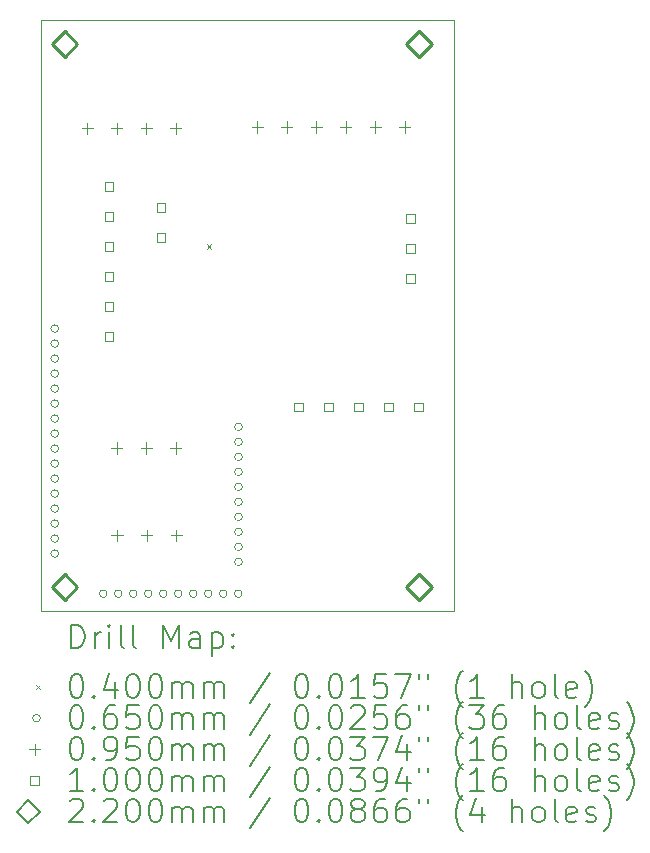
<source format=gbr>
%TF.GenerationSoftware,KiCad,Pcbnew,7.0.6*%
%TF.CreationDate,2023-10-04T20:15:48-05:00*%
%TF.ProjectId,qvadrans_adapter_board,71766164-7261-46e7-935f-616461707465,rev?*%
%TF.SameCoordinates,Original*%
%TF.FileFunction,Drillmap*%
%TF.FilePolarity,Positive*%
%FSLAX45Y45*%
G04 Gerber Fmt 4.5, Leading zero omitted, Abs format (unit mm)*
G04 Created by KiCad (PCBNEW 7.0.6) date 2023-10-04 20:15:48*
%MOMM*%
%LPD*%
G01*
G04 APERTURE LIST*
%ADD10C,0.100000*%
%ADD11C,0.200000*%
%ADD12C,0.040000*%
%ADD13C,0.065000*%
%ADD14C,0.095000*%
%ADD15C,0.220000*%
G04 APERTURE END LIST*
D10*
X15397500Y-8085000D02*
X15397500Y-13085000D01*
X15397500Y-13085000D02*
X11897500Y-13085000D01*
X11897500Y-8085000D02*
X15397500Y-8085000D01*
X11897500Y-13085000D02*
X11897500Y-8085000D01*
D11*
D12*
X13300000Y-9980000D02*
X13340000Y-10020000D01*
X13340000Y-9980000D02*
X13300000Y-10020000D01*
D13*
X12047500Y-10695800D02*
G75*
G03*
X12047500Y-10695800I-32500J0D01*
G01*
X12047500Y-10822800D02*
G75*
G03*
X12047500Y-10822800I-32500J0D01*
G01*
X12047500Y-10949800D02*
G75*
G03*
X12047500Y-10949800I-32500J0D01*
G01*
X12047500Y-11076800D02*
G75*
G03*
X12047500Y-11076800I-32500J0D01*
G01*
X12047500Y-11203800D02*
G75*
G03*
X12047500Y-11203800I-32500J0D01*
G01*
X12047500Y-11330800D02*
G75*
G03*
X12047500Y-11330800I-32500J0D01*
G01*
X12047500Y-11457800D02*
G75*
G03*
X12047500Y-11457800I-32500J0D01*
G01*
X12047500Y-11584800D02*
G75*
G03*
X12047500Y-11584800I-32500J0D01*
G01*
X12047500Y-11711800D02*
G75*
G03*
X12047500Y-11711800I-32500J0D01*
G01*
X12047500Y-11838800D02*
G75*
G03*
X12047500Y-11838800I-32500J0D01*
G01*
X12047500Y-11965800D02*
G75*
G03*
X12047500Y-11965800I-32500J0D01*
G01*
X12047500Y-12092800D02*
G75*
G03*
X12047500Y-12092800I-32500J0D01*
G01*
X12047500Y-12219800D02*
G75*
G03*
X12047500Y-12219800I-32500J0D01*
G01*
X12047500Y-12346800D02*
G75*
G03*
X12047500Y-12346800I-32500J0D01*
G01*
X12047500Y-12473800D02*
G75*
G03*
X12047500Y-12473800I-32500J0D01*
G01*
X12047500Y-12600800D02*
G75*
G03*
X12047500Y-12600800I-32500J0D01*
G01*
X12457500Y-12940800D02*
G75*
G03*
X12457500Y-12940800I-32500J0D01*
G01*
X12584500Y-12940800D02*
G75*
G03*
X12584500Y-12940800I-32500J0D01*
G01*
X12711500Y-12940800D02*
G75*
G03*
X12711500Y-12940800I-32500J0D01*
G01*
X12838500Y-12940800D02*
G75*
G03*
X12838500Y-12940800I-32500J0D01*
G01*
X12965500Y-12940800D02*
G75*
G03*
X12965500Y-12940800I-32500J0D01*
G01*
X13092500Y-12940800D02*
G75*
G03*
X13092500Y-12940800I-32500J0D01*
G01*
X13219500Y-12940800D02*
G75*
G03*
X13219500Y-12940800I-32500J0D01*
G01*
X13346500Y-12940800D02*
G75*
G03*
X13346500Y-12940800I-32500J0D01*
G01*
X13473500Y-12940800D02*
G75*
G03*
X13473500Y-12940800I-32500J0D01*
G01*
X13600500Y-12940800D02*
G75*
G03*
X13600500Y-12940800I-32500J0D01*
G01*
X13603000Y-11528000D02*
G75*
G03*
X13603000Y-11528000I-32500J0D01*
G01*
X13603000Y-11655000D02*
G75*
G03*
X13603000Y-11655000I-32500J0D01*
G01*
X13603000Y-11782000D02*
G75*
G03*
X13603000Y-11782000I-32500J0D01*
G01*
X13603000Y-11909000D02*
G75*
G03*
X13603000Y-11909000I-32500J0D01*
G01*
X13603000Y-12036000D02*
G75*
G03*
X13603000Y-12036000I-32500J0D01*
G01*
X13603000Y-12163000D02*
G75*
G03*
X13603000Y-12163000I-32500J0D01*
G01*
X13603000Y-12290000D02*
G75*
G03*
X13603000Y-12290000I-32500J0D01*
G01*
X13603000Y-12417000D02*
G75*
G03*
X13603000Y-12417000I-32500J0D01*
G01*
X13603000Y-12544000D02*
G75*
G03*
X13603000Y-12544000I-32500J0D01*
G01*
X13603000Y-12671000D02*
G75*
G03*
X13603000Y-12671000I-32500J0D01*
G01*
D14*
X12289000Y-8952300D02*
X12289000Y-9047300D01*
X12241500Y-8999800D02*
X12336500Y-8999800D01*
X12539000Y-8952300D02*
X12539000Y-9047300D01*
X12491500Y-8999800D02*
X12586500Y-8999800D01*
X12540000Y-11660000D02*
X12540000Y-11755000D01*
X12492500Y-11707500D02*
X12587500Y-11707500D01*
X12542500Y-12397500D02*
X12542500Y-12492500D01*
X12495000Y-12445000D02*
X12590000Y-12445000D01*
X12789000Y-8952300D02*
X12789000Y-9047300D01*
X12741500Y-8999800D02*
X12836500Y-8999800D01*
X12790000Y-11660000D02*
X12790000Y-11755000D01*
X12742500Y-11707500D02*
X12837500Y-11707500D01*
X12792500Y-12397500D02*
X12792500Y-12492500D01*
X12745000Y-12445000D02*
X12840000Y-12445000D01*
X13039000Y-8952300D02*
X13039000Y-9047300D01*
X12991500Y-8999800D02*
X13086500Y-8999800D01*
X13040000Y-11660000D02*
X13040000Y-11755000D01*
X12992500Y-11707500D02*
X13087500Y-11707500D01*
X13042500Y-12397500D02*
X13042500Y-12492500D01*
X12995000Y-12445000D02*
X13090000Y-12445000D01*
X13729000Y-8942300D02*
X13729000Y-9037300D01*
X13681500Y-8989800D02*
X13776500Y-8989800D01*
X13979000Y-8942300D02*
X13979000Y-9037300D01*
X13931500Y-8989800D02*
X14026500Y-8989800D01*
X14229000Y-8942300D02*
X14229000Y-9037300D01*
X14181500Y-8989800D02*
X14276500Y-8989800D01*
X14479000Y-8942300D02*
X14479000Y-9037300D01*
X14431500Y-8989800D02*
X14526500Y-8989800D01*
X14729000Y-8942300D02*
X14729000Y-9037300D01*
X14681500Y-8989800D02*
X14776500Y-8989800D01*
X14979000Y-8942300D02*
X14979000Y-9037300D01*
X14931500Y-8989800D02*
X15026500Y-8989800D01*
D10*
X12510356Y-9529356D02*
X12510356Y-9458644D01*
X12439644Y-9458644D01*
X12439644Y-9529356D01*
X12510356Y-9529356D01*
X12510356Y-9783356D02*
X12510356Y-9712644D01*
X12439644Y-9712644D01*
X12439644Y-9783356D01*
X12510356Y-9783356D01*
X12510356Y-10037356D02*
X12510356Y-9966644D01*
X12439644Y-9966644D01*
X12439644Y-10037356D01*
X12510356Y-10037356D01*
X12510356Y-10291356D02*
X12510356Y-10220644D01*
X12439644Y-10220644D01*
X12439644Y-10291356D01*
X12510356Y-10291356D01*
X12510356Y-10545356D02*
X12510356Y-10474644D01*
X12439644Y-10474644D01*
X12439644Y-10545356D01*
X12510356Y-10545356D01*
X12510356Y-10799356D02*
X12510356Y-10728644D01*
X12439644Y-10728644D01*
X12439644Y-10799356D01*
X12510356Y-10799356D01*
X12950356Y-9705356D02*
X12950356Y-9634644D01*
X12879644Y-9634644D01*
X12879644Y-9705356D01*
X12950356Y-9705356D01*
X12950356Y-9959356D02*
X12950356Y-9888644D01*
X12879644Y-9888644D01*
X12879644Y-9959356D01*
X12950356Y-9959356D01*
X14114356Y-11395356D02*
X14114356Y-11324644D01*
X14043644Y-11324644D01*
X14043644Y-11395356D01*
X14114356Y-11395356D01*
X14368356Y-11395356D02*
X14368356Y-11324644D01*
X14297644Y-11324644D01*
X14297644Y-11395356D01*
X14368356Y-11395356D01*
X14622356Y-11395356D02*
X14622356Y-11324644D01*
X14551644Y-11324644D01*
X14551644Y-11395356D01*
X14622356Y-11395356D01*
X14876356Y-11395356D02*
X14876356Y-11324644D01*
X14805644Y-11324644D01*
X14805644Y-11395356D01*
X14876356Y-11395356D01*
X15062856Y-9800356D02*
X15062856Y-9729644D01*
X14992144Y-9729644D01*
X14992144Y-9800356D01*
X15062856Y-9800356D01*
X15062856Y-10054356D02*
X15062856Y-9983644D01*
X14992144Y-9983644D01*
X14992144Y-10054356D01*
X15062856Y-10054356D01*
X15062856Y-10308356D02*
X15062856Y-10237644D01*
X14992144Y-10237644D01*
X14992144Y-10308356D01*
X15062856Y-10308356D01*
X15130356Y-11395356D02*
X15130356Y-11324644D01*
X15059644Y-11324644D01*
X15059644Y-11395356D01*
X15130356Y-11395356D01*
D15*
X12097500Y-8395000D02*
X12207500Y-8285000D01*
X12097500Y-8175000D01*
X11987500Y-8285000D01*
X12097500Y-8395000D01*
X12097500Y-12995000D02*
X12207500Y-12885000D01*
X12097500Y-12775000D01*
X11987500Y-12885000D01*
X12097500Y-12995000D01*
X15097000Y-8393800D02*
X15207000Y-8283800D01*
X15097000Y-8173800D01*
X14987000Y-8283800D01*
X15097000Y-8393800D01*
X15097500Y-12995000D02*
X15207500Y-12885000D01*
X15097500Y-12775000D01*
X14987500Y-12885000D01*
X15097500Y-12995000D01*
D11*
X12153277Y-13401484D02*
X12153277Y-13201484D01*
X12153277Y-13201484D02*
X12200896Y-13201484D01*
X12200896Y-13201484D02*
X12229467Y-13211008D01*
X12229467Y-13211008D02*
X12248515Y-13230055D01*
X12248515Y-13230055D02*
X12258039Y-13249103D01*
X12258039Y-13249103D02*
X12267562Y-13287198D01*
X12267562Y-13287198D02*
X12267562Y-13315769D01*
X12267562Y-13315769D02*
X12258039Y-13353865D01*
X12258039Y-13353865D02*
X12248515Y-13372912D01*
X12248515Y-13372912D02*
X12229467Y-13391960D01*
X12229467Y-13391960D02*
X12200896Y-13401484D01*
X12200896Y-13401484D02*
X12153277Y-13401484D01*
X12353277Y-13401484D02*
X12353277Y-13268150D01*
X12353277Y-13306246D02*
X12362801Y-13287198D01*
X12362801Y-13287198D02*
X12372324Y-13277674D01*
X12372324Y-13277674D02*
X12391372Y-13268150D01*
X12391372Y-13268150D02*
X12410420Y-13268150D01*
X12477086Y-13401484D02*
X12477086Y-13268150D01*
X12477086Y-13201484D02*
X12467562Y-13211008D01*
X12467562Y-13211008D02*
X12477086Y-13220531D01*
X12477086Y-13220531D02*
X12486610Y-13211008D01*
X12486610Y-13211008D02*
X12477086Y-13201484D01*
X12477086Y-13201484D02*
X12477086Y-13220531D01*
X12600896Y-13401484D02*
X12581848Y-13391960D01*
X12581848Y-13391960D02*
X12572324Y-13372912D01*
X12572324Y-13372912D02*
X12572324Y-13201484D01*
X12705658Y-13401484D02*
X12686610Y-13391960D01*
X12686610Y-13391960D02*
X12677086Y-13372912D01*
X12677086Y-13372912D02*
X12677086Y-13201484D01*
X12934229Y-13401484D02*
X12934229Y-13201484D01*
X12934229Y-13201484D02*
X13000896Y-13344341D01*
X13000896Y-13344341D02*
X13067562Y-13201484D01*
X13067562Y-13201484D02*
X13067562Y-13401484D01*
X13248515Y-13401484D02*
X13248515Y-13296722D01*
X13248515Y-13296722D02*
X13238991Y-13277674D01*
X13238991Y-13277674D02*
X13219943Y-13268150D01*
X13219943Y-13268150D02*
X13181848Y-13268150D01*
X13181848Y-13268150D02*
X13162801Y-13277674D01*
X13248515Y-13391960D02*
X13229467Y-13401484D01*
X13229467Y-13401484D02*
X13181848Y-13401484D01*
X13181848Y-13401484D02*
X13162801Y-13391960D01*
X13162801Y-13391960D02*
X13153277Y-13372912D01*
X13153277Y-13372912D02*
X13153277Y-13353865D01*
X13153277Y-13353865D02*
X13162801Y-13334817D01*
X13162801Y-13334817D02*
X13181848Y-13325293D01*
X13181848Y-13325293D02*
X13229467Y-13325293D01*
X13229467Y-13325293D02*
X13248515Y-13315769D01*
X13343753Y-13268150D02*
X13343753Y-13468150D01*
X13343753Y-13277674D02*
X13362801Y-13268150D01*
X13362801Y-13268150D02*
X13400896Y-13268150D01*
X13400896Y-13268150D02*
X13419943Y-13277674D01*
X13419943Y-13277674D02*
X13429467Y-13287198D01*
X13429467Y-13287198D02*
X13438991Y-13306246D01*
X13438991Y-13306246D02*
X13438991Y-13363388D01*
X13438991Y-13363388D02*
X13429467Y-13382436D01*
X13429467Y-13382436D02*
X13419943Y-13391960D01*
X13419943Y-13391960D02*
X13400896Y-13401484D01*
X13400896Y-13401484D02*
X13362801Y-13401484D01*
X13362801Y-13401484D02*
X13343753Y-13391960D01*
X13524705Y-13382436D02*
X13534229Y-13391960D01*
X13534229Y-13391960D02*
X13524705Y-13401484D01*
X13524705Y-13401484D02*
X13515182Y-13391960D01*
X13515182Y-13391960D02*
X13524705Y-13382436D01*
X13524705Y-13382436D02*
X13524705Y-13401484D01*
X13524705Y-13277674D02*
X13534229Y-13287198D01*
X13534229Y-13287198D02*
X13524705Y-13296722D01*
X13524705Y-13296722D02*
X13515182Y-13287198D01*
X13515182Y-13287198D02*
X13524705Y-13277674D01*
X13524705Y-13277674D02*
X13524705Y-13296722D01*
D12*
X11852500Y-13710000D02*
X11892500Y-13750000D01*
X11892500Y-13710000D02*
X11852500Y-13750000D01*
D11*
X12191372Y-13621484D02*
X12210420Y-13621484D01*
X12210420Y-13621484D02*
X12229467Y-13631008D01*
X12229467Y-13631008D02*
X12238991Y-13640531D01*
X12238991Y-13640531D02*
X12248515Y-13659579D01*
X12248515Y-13659579D02*
X12258039Y-13697674D01*
X12258039Y-13697674D02*
X12258039Y-13745293D01*
X12258039Y-13745293D02*
X12248515Y-13783388D01*
X12248515Y-13783388D02*
X12238991Y-13802436D01*
X12238991Y-13802436D02*
X12229467Y-13811960D01*
X12229467Y-13811960D02*
X12210420Y-13821484D01*
X12210420Y-13821484D02*
X12191372Y-13821484D01*
X12191372Y-13821484D02*
X12172324Y-13811960D01*
X12172324Y-13811960D02*
X12162801Y-13802436D01*
X12162801Y-13802436D02*
X12153277Y-13783388D01*
X12153277Y-13783388D02*
X12143753Y-13745293D01*
X12143753Y-13745293D02*
X12143753Y-13697674D01*
X12143753Y-13697674D02*
X12153277Y-13659579D01*
X12153277Y-13659579D02*
X12162801Y-13640531D01*
X12162801Y-13640531D02*
X12172324Y-13631008D01*
X12172324Y-13631008D02*
X12191372Y-13621484D01*
X12343753Y-13802436D02*
X12353277Y-13811960D01*
X12353277Y-13811960D02*
X12343753Y-13821484D01*
X12343753Y-13821484D02*
X12334229Y-13811960D01*
X12334229Y-13811960D02*
X12343753Y-13802436D01*
X12343753Y-13802436D02*
X12343753Y-13821484D01*
X12524705Y-13688150D02*
X12524705Y-13821484D01*
X12477086Y-13611960D02*
X12429467Y-13754817D01*
X12429467Y-13754817D02*
X12553277Y-13754817D01*
X12667562Y-13621484D02*
X12686610Y-13621484D01*
X12686610Y-13621484D02*
X12705658Y-13631008D01*
X12705658Y-13631008D02*
X12715182Y-13640531D01*
X12715182Y-13640531D02*
X12724705Y-13659579D01*
X12724705Y-13659579D02*
X12734229Y-13697674D01*
X12734229Y-13697674D02*
X12734229Y-13745293D01*
X12734229Y-13745293D02*
X12724705Y-13783388D01*
X12724705Y-13783388D02*
X12715182Y-13802436D01*
X12715182Y-13802436D02*
X12705658Y-13811960D01*
X12705658Y-13811960D02*
X12686610Y-13821484D01*
X12686610Y-13821484D02*
X12667562Y-13821484D01*
X12667562Y-13821484D02*
X12648515Y-13811960D01*
X12648515Y-13811960D02*
X12638991Y-13802436D01*
X12638991Y-13802436D02*
X12629467Y-13783388D01*
X12629467Y-13783388D02*
X12619943Y-13745293D01*
X12619943Y-13745293D02*
X12619943Y-13697674D01*
X12619943Y-13697674D02*
X12629467Y-13659579D01*
X12629467Y-13659579D02*
X12638991Y-13640531D01*
X12638991Y-13640531D02*
X12648515Y-13631008D01*
X12648515Y-13631008D02*
X12667562Y-13621484D01*
X12858039Y-13621484D02*
X12877086Y-13621484D01*
X12877086Y-13621484D02*
X12896134Y-13631008D01*
X12896134Y-13631008D02*
X12905658Y-13640531D01*
X12905658Y-13640531D02*
X12915182Y-13659579D01*
X12915182Y-13659579D02*
X12924705Y-13697674D01*
X12924705Y-13697674D02*
X12924705Y-13745293D01*
X12924705Y-13745293D02*
X12915182Y-13783388D01*
X12915182Y-13783388D02*
X12905658Y-13802436D01*
X12905658Y-13802436D02*
X12896134Y-13811960D01*
X12896134Y-13811960D02*
X12877086Y-13821484D01*
X12877086Y-13821484D02*
X12858039Y-13821484D01*
X12858039Y-13821484D02*
X12838991Y-13811960D01*
X12838991Y-13811960D02*
X12829467Y-13802436D01*
X12829467Y-13802436D02*
X12819943Y-13783388D01*
X12819943Y-13783388D02*
X12810420Y-13745293D01*
X12810420Y-13745293D02*
X12810420Y-13697674D01*
X12810420Y-13697674D02*
X12819943Y-13659579D01*
X12819943Y-13659579D02*
X12829467Y-13640531D01*
X12829467Y-13640531D02*
X12838991Y-13631008D01*
X12838991Y-13631008D02*
X12858039Y-13621484D01*
X13010420Y-13821484D02*
X13010420Y-13688150D01*
X13010420Y-13707198D02*
X13019943Y-13697674D01*
X13019943Y-13697674D02*
X13038991Y-13688150D01*
X13038991Y-13688150D02*
X13067563Y-13688150D01*
X13067563Y-13688150D02*
X13086610Y-13697674D01*
X13086610Y-13697674D02*
X13096134Y-13716722D01*
X13096134Y-13716722D02*
X13096134Y-13821484D01*
X13096134Y-13716722D02*
X13105658Y-13697674D01*
X13105658Y-13697674D02*
X13124705Y-13688150D01*
X13124705Y-13688150D02*
X13153277Y-13688150D01*
X13153277Y-13688150D02*
X13172324Y-13697674D01*
X13172324Y-13697674D02*
X13181848Y-13716722D01*
X13181848Y-13716722D02*
X13181848Y-13821484D01*
X13277086Y-13821484D02*
X13277086Y-13688150D01*
X13277086Y-13707198D02*
X13286610Y-13697674D01*
X13286610Y-13697674D02*
X13305658Y-13688150D01*
X13305658Y-13688150D02*
X13334229Y-13688150D01*
X13334229Y-13688150D02*
X13353277Y-13697674D01*
X13353277Y-13697674D02*
X13362801Y-13716722D01*
X13362801Y-13716722D02*
X13362801Y-13821484D01*
X13362801Y-13716722D02*
X13372324Y-13697674D01*
X13372324Y-13697674D02*
X13391372Y-13688150D01*
X13391372Y-13688150D02*
X13419943Y-13688150D01*
X13419943Y-13688150D02*
X13438991Y-13697674D01*
X13438991Y-13697674D02*
X13448515Y-13716722D01*
X13448515Y-13716722D02*
X13448515Y-13821484D01*
X13838991Y-13611960D02*
X13667563Y-13869103D01*
X14096134Y-13621484D02*
X14115182Y-13621484D01*
X14115182Y-13621484D02*
X14134229Y-13631008D01*
X14134229Y-13631008D02*
X14143753Y-13640531D01*
X14143753Y-13640531D02*
X14153277Y-13659579D01*
X14153277Y-13659579D02*
X14162801Y-13697674D01*
X14162801Y-13697674D02*
X14162801Y-13745293D01*
X14162801Y-13745293D02*
X14153277Y-13783388D01*
X14153277Y-13783388D02*
X14143753Y-13802436D01*
X14143753Y-13802436D02*
X14134229Y-13811960D01*
X14134229Y-13811960D02*
X14115182Y-13821484D01*
X14115182Y-13821484D02*
X14096134Y-13821484D01*
X14096134Y-13821484D02*
X14077086Y-13811960D01*
X14077086Y-13811960D02*
X14067563Y-13802436D01*
X14067563Y-13802436D02*
X14058039Y-13783388D01*
X14058039Y-13783388D02*
X14048515Y-13745293D01*
X14048515Y-13745293D02*
X14048515Y-13697674D01*
X14048515Y-13697674D02*
X14058039Y-13659579D01*
X14058039Y-13659579D02*
X14067563Y-13640531D01*
X14067563Y-13640531D02*
X14077086Y-13631008D01*
X14077086Y-13631008D02*
X14096134Y-13621484D01*
X14248515Y-13802436D02*
X14258039Y-13811960D01*
X14258039Y-13811960D02*
X14248515Y-13821484D01*
X14248515Y-13821484D02*
X14238991Y-13811960D01*
X14238991Y-13811960D02*
X14248515Y-13802436D01*
X14248515Y-13802436D02*
X14248515Y-13821484D01*
X14381848Y-13621484D02*
X14400896Y-13621484D01*
X14400896Y-13621484D02*
X14419944Y-13631008D01*
X14419944Y-13631008D02*
X14429467Y-13640531D01*
X14429467Y-13640531D02*
X14438991Y-13659579D01*
X14438991Y-13659579D02*
X14448515Y-13697674D01*
X14448515Y-13697674D02*
X14448515Y-13745293D01*
X14448515Y-13745293D02*
X14438991Y-13783388D01*
X14438991Y-13783388D02*
X14429467Y-13802436D01*
X14429467Y-13802436D02*
X14419944Y-13811960D01*
X14419944Y-13811960D02*
X14400896Y-13821484D01*
X14400896Y-13821484D02*
X14381848Y-13821484D01*
X14381848Y-13821484D02*
X14362801Y-13811960D01*
X14362801Y-13811960D02*
X14353277Y-13802436D01*
X14353277Y-13802436D02*
X14343753Y-13783388D01*
X14343753Y-13783388D02*
X14334229Y-13745293D01*
X14334229Y-13745293D02*
X14334229Y-13697674D01*
X14334229Y-13697674D02*
X14343753Y-13659579D01*
X14343753Y-13659579D02*
X14353277Y-13640531D01*
X14353277Y-13640531D02*
X14362801Y-13631008D01*
X14362801Y-13631008D02*
X14381848Y-13621484D01*
X14638991Y-13821484D02*
X14524706Y-13821484D01*
X14581848Y-13821484D02*
X14581848Y-13621484D01*
X14581848Y-13621484D02*
X14562801Y-13650055D01*
X14562801Y-13650055D02*
X14543753Y-13669103D01*
X14543753Y-13669103D02*
X14524706Y-13678627D01*
X14819944Y-13621484D02*
X14724706Y-13621484D01*
X14724706Y-13621484D02*
X14715182Y-13716722D01*
X14715182Y-13716722D02*
X14724706Y-13707198D01*
X14724706Y-13707198D02*
X14743753Y-13697674D01*
X14743753Y-13697674D02*
X14791372Y-13697674D01*
X14791372Y-13697674D02*
X14810420Y-13707198D01*
X14810420Y-13707198D02*
X14819944Y-13716722D01*
X14819944Y-13716722D02*
X14829467Y-13735769D01*
X14829467Y-13735769D02*
X14829467Y-13783388D01*
X14829467Y-13783388D02*
X14819944Y-13802436D01*
X14819944Y-13802436D02*
X14810420Y-13811960D01*
X14810420Y-13811960D02*
X14791372Y-13821484D01*
X14791372Y-13821484D02*
X14743753Y-13821484D01*
X14743753Y-13821484D02*
X14724706Y-13811960D01*
X14724706Y-13811960D02*
X14715182Y-13802436D01*
X14896134Y-13621484D02*
X15029467Y-13621484D01*
X15029467Y-13621484D02*
X14943753Y-13821484D01*
X15096134Y-13621484D02*
X15096134Y-13659579D01*
X15172325Y-13621484D02*
X15172325Y-13659579D01*
X15467563Y-13897674D02*
X15458039Y-13888150D01*
X15458039Y-13888150D02*
X15438991Y-13859579D01*
X15438991Y-13859579D02*
X15429468Y-13840531D01*
X15429468Y-13840531D02*
X15419944Y-13811960D01*
X15419944Y-13811960D02*
X15410420Y-13764341D01*
X15410420Y-13764341D02*
X15410420Y-13726246D01*
X15410420Y-13726246D02*
X15419944Y-13678627D01*
X15419944Y-13678627D02*
X15429468Y-13650055D01*
X15429468Y-13650055D02*
X15438991Y-13631008D01*
X15438991Y-13631008D02*
X15458039Y-13602436D01*
X15458039Y-13602436D02*
X15467563Y-13592912D01*
X15648515Y-13821484D02*
X15534229Y-13821484D01*
X15591372Y-13821484D02*
X15591372Y-13621484D01*
X15591372Y-13621484D02*
X15572325Y-13650055D01*
X15572325Y-13650055D02*
X15553277Y-13669103D01*
X15553277Y-13669103D02*
X15534229Y-13678627D01*
X15886610Y-13821484D02*
X15886610Y-13621484D01*
X15972325Y-13821484D02*
X15972325Y-13716722D01*
X15972325Y-13716722D02*
X15962801Y-13697674D01*
X15962801Y-13697674D02*
X15943753Y-13688150D01*
X15943753Y-13688150D02*
X15915182Y-13688150D01*
X15915182Y-13688150D02*
X15896134Y-13697674D01*
X15896134Y-13697674D02*
X15886610Y-13707198D01*
X16096134Y-13821484D02*
X16077087Y-13811960D01*
X16077087Y-13811960D02*
X16067563Y-13802436D01*
X16067563Y-13802436D02*
X16058039Y-13783388D01*
X16058039Y-13783388D02*
X16058039Y-13726246D01*
X16058039Y-13726246D02*
X16067563Y-13707198D01*
X16067563Y-13707198D02*
X16077087Y-13697674D01*
X16077087Y-13697674D02*
X16096134Y-13688150D01*
X16096134Y-13688150D02*
X16124706Y-13688150D01*
X16124706Y-13688150D02*
X16143753Y-13697674D01*
X16143753Y-13697674D02*
X16153277Y-13707198D01*
X16153277Y-13707198D02*
X16162801Y-13726246D01*
X16162801Y-13726246D02*
X16162801Y-13783388D01*
X16162801Y-13783388D02*
X16153277Y-13802436D01*
X16153277Y-13802436D02*
X16143753Y-13811960D01*
X16143753Y-13811960D02*
X16124706Y-13821484D01*
X16124706Y-13821484D02*
X16096134Y-13821484D01*
X16277087Y-13821484D02*
X16258039Y-13811960D01*
X16258039Y-13811960D02*
X16248515Y-13792912D01*
X16248515Y-13792912D02*
X16248515Y-13621484D01*
X16429468Y-13811960D02*
X16410420Y-13821484D01*
X16410420Y-13821484D02*
X16372325Y-13821484D01*
X16372325Y-13821484D02*
X16353277Y-13811960D01*
X16353277Y-13811960D02*
X16343753Y-13792912D01*
X16343753Y-13792912D02*
X16343753Y-13716722D01*
X16343753Y-13716722D02*
X16353277Y-13697674D01*
X16353277Y-13697674D02*
X16372325Y-13688150D01*
X16372325Y-13688150D02*
X16410420Y-13688150D01*
X16410420Y-13688150D02*
X16429468Y-13697674D01*
X16429468Y-13697674D02*
X16438991Y-13716722D01*
X16438991Y-13716722D02*
X16438991Y-13735769D01*
X16438991Y-13735769D02*
X16343753Y-13754817D01*
X16505658Y-13897674D02*
X16515182Y-13888150D01*
X16515182Y-13888150D02*
X16534230Y-13859579D01*
X16534230Y-13859579D02*
X16543753Y-13840531D01*
X16543753Y-13840531D02*
X16553277Y-13811960D01*
X16553277Y-13811960D02*
X16562801Y-13764341D01*
X16562801Y-13764341D02*
X16562801Y-13726246D01*
X16562801Y-13726246D02*
X16553277Y-13678627D01*
X16553277Y-13678627D02*
X16543753Y-13650055D01*
X16543753Y-13650055D02*
X16534230Y-13631008D01*
X16534230Y-13631008D02*
X16515182Y-13602436D01*
X16515182Y-13602436D02*
X16505658Y-13592912D01*
D13*
X11892500Y-13994000D02*
G75*
G03*
X11892500Y-13994000I-32500J0D01*
G01*
D11*
X12191372Y-13885484D02*
X12210420Y-13885484D01*
X12210420Y-13885484D02*
X12229467Y-13895008D01*
X12229467Y-13895008D02*
X12238991Y-13904531D01*
X12238991Y-13904531D02*
X12248515Y-13923579D01*
X12248515Y-13923579D02*
X12258039Y-13961674D01*
X12258039Y-13961674D02*
X12258039Y-14009293D01*
X12258039Y-14009293D02*
X12248515Y-14047388D01*
X12248515Y-14047388D02*
X12238991Y-14066436D01*
X12238991Y-14066436D02*
X12229467Y-14075960D01*
X12229467Y-14075960D02*
X12210420Y-14085484D01*
X12210420Y-14085484D02*
X12191372Y-14085484D01*
X12191372Y-14085484D02*
X12172324Y-14075960D01*
X12172324Y-14075960D02*
X12162801Y-14066436D01*
X12162801Y-14066436D02*
X12153277Y-14047388D01*
X12153277Y-14047388D02*
X12143753Y-14009293D01*
X12143753Y-14009293D02*
X12143753Y-13961674D01*
X12143753Y-13961674D02*
X12153277Y-13923579D01*
X12153277Y-13923579D02*
X12162801Y-13904531D01*
X12162801Y-13904531D02*
X12172324Y-13895008D01*
X12172324Y-13895008D02*
X12191372Y-13885484D01*
X12343753Y-14066436D02*
X12353277Y-14075960D01*
X12353277Y-14075960D02*
X12343753Y-14085484D01*
X12343753Y-14085484D02*
X12334229Y-14075960D01*
X12334229Y-14075960D02*
X12343753Y-14066436D01*
X12343753Y-14066436D02*
X12343753Y-14085484D01*
X12524705Y-13885484D02*
X12486610Y-13885484D01*
X12486610Y-13885484D02*
X12467562Y-13895008D01*
X12467562Y-13895008D02*
X12458039Y-13904531D01*
X12458039Y-13904531D02*
X12438991Y-13933103D01*
X12438991Y-13933103D02*
X12429467Y-13971198D01*
X12429467Y-13971198D02*
X12429467Y-14047388D01*
X12429467Y-14047388D02*
X12438991Y-14066436D01*
X12438991Y-14066436D02*
X12448515Y-14075960D01*
X12448515Y-14075960D02*
X12467562Y-14085484D01*
X12467562Y-14085484D02*
X12505658Y-14085484D01*
X12505658Y-14085484D02*
X12524705Y-14075960D01*
X12524705Y-14075960D02*
X12534229Y-14066436D01*
X12534229Y-14066436D02*
X12543753Y-14047388D01*
X12543753Y-14047388D02*
X12543753Y-13999769D01*
X12543753Y-13999769D02*
X12534229Y-13980722D01*
X12534229Y-13980722D02*
X12524705Y-13971198D01*
X12524705Y-13971198D02*
X12505658Y-13961674D01*
X12505658Y-13961674D02*
X12467562Y-13961674D01*
X12467562Y-13961674D02*
X12448515Y-13971198D01*
X12448515Y-13971198D02*
X12438991Y-13980722D01*
X12438991Y-13980722D02*
X12429467Y-13999769D01*
X12724705Y-13885484D02*
X12629467Y-13885484D01*
X12629467Y-13885484D02*
X12619943Y-13980722D01*
X12619943Y-13980722D02*
X12629467Y-13971198D01*
X12629467Y-13971198D02*
X12648515Y-13961674D01*
X12648515Y-13961674D02*
X12696134Y-13961674D01*
X12696134Y-13961674D02*
X12715182Y-13971198D01*
X12715182Y-13971198D02*
X12724705Y-13980722D01*
X12724705Y-13980722D02*
X12734229Y-13999769D01*
X12734229Y-13999769D02*
X12734229Y-14047388D01*
X12734229Y-14047388D02*
X12724705Y-14066436D01*
X12724705Y-14066436D02*
X12715182Y-14075960D01*
X12715182Y-14075960D02*
X12696134Y-14085484D01*
X12696134Y-14085484D02*
X12648515Y-14085484D01*
X12648515Y-14085484D02*
X12629467Y-14075960D01*
X12629467Y-14075960D02*
X12619943Y-14066436D01*
X12858039Y-13885484D02*
X12877086Y-13885484D01*
X12877086Y-13885484D02*
X12896134Y-13895008D01*
X12896134Y-13895008D02*
X12905658Y-13904531D01*
X12905658Y-13904531D02*
X12915182Y-13923579D01*
X12915182Y-13923579D02*
X12924705Y-13961674D01*
X12924705Y-13961674D02*
X12924705Y-14009293D01*
X12924705Y-14009293D02*
X12915182Y-14047388D01*
X12915182Y-14047388D02*
X12905658Y-14066436D01*
X12905658Y-14066436D02*
X12896134Y-14075960D01*
X12896134Y-14075960D02*
X12877086Y-14085484D01*
X12877086Y-14085484D02*
X12858039Y-14085484D01*
X12858039Y-14085484D02*
X12838991Y-14075960D01*
X12838991Y-14075960D02*
X12829467Y-14066436D01*
X12829467Y-14066436D02*
X12819943Y-14047388D01*
X12819943Y-14047388D02*
X12810420Y-14009293D01*
X12810420Y-14009293D02*
X12810420Y-13961674D01*
X12810420Y-13961674D02*
X12819943Y-13923579D01*
X12819943Y-13923579D02*
X12829467Y-13904531D01*
X12829467Y-13904531D02*
X12838991Y-13895008D01*
X12838991Y-13895008D02*
X12858039Y-13885484D01*
X13010420Y-14085484D02*
X13010420Y-13952150D01*
X13010420Y-13971198D02*
X13019943Y-13961674D01*
X13019943Y-13961674D02*
X13038991Y-13952150D01*
X13038991Y-13952150D02*
X13067563Y-13952150D01*
X13067563Y-13952150D02*
X13086610Y-13961674D01*
X13086610Y-13961674D02*
X13096134Y-13980722D01*
X13096134Y-13980722D02*
X13096134Y-14085484D01*
X13096134Y-13980722D02*
X13105658Y-13961674D01*
X13105658Y-13961674D02*
X13124705Y-13952150D01*
X13124705Y-13952150D02*
X13153277Y-13952150D01*
X13153277Y-13952150D02*
X13172324Y-13961674D01*
X13172324Y-13961674D02*
X13181848Y-13980722D01*
X13181848Y-13980722D02*
X13181848Y-14085484D01*
X13277086Y-14085484D02*
X13277086Y-13952150D01*
X13277086Y-13971198D02*
X13286610Y-13961674D01*
X13286610Y-13961674D02*
X13305658Y-13952150D01*
X13305658Y-13952150D02*
X13334229Y-13952150D01*
X13334229Y-13952150D02*
X13353277Y-13961674D01*
X13353277Y-13961674D02*
X13362801Y-13980722D01*
X13362801Y-13980722D02*
X13362801Y-14085484D01*
X13362801Y-13980722D02*
X13372324Y-13961674D01*
X13372324Y-13961674D02*
X13391372Y-13952150D01*
X13391372Y-13952150D02*
X13419943Y-13952150D01*
X13419943Y-13952150D02*
X13438991Y-13961674D01*
X13438991Y-13961674D02*
X13448515Y-13980722D01*
X13448515Y-13980722D02*
X13448515Y-14085484D01*
X13838991Y-13875960D02*
X13667563Y-14133103D01*
X14096134Y-13885484D02*
X14115182Y-13885484D01*
X14115182Y-13885484D02*
X14134229Y-13895008D01*
X14134229Y-13895008D02*
X14143753Y-13904531D01*
X14143753Y-13904531D02*
X14153277Y-13923579D01*
X14153277Y-13923579D02*
X14162801Y-13961674D01*
X14162801Y-13961674D02*
X14162801Y-14009293D01*
X14162801Y-14009293D02*
X14153277Y-14047388D01*
X14153277Y-14047388D02*
X14143753Y-14066436D01*
X14143753Y-14066436D02*
X14134229Y-14075960D01*
X14134229Y-14075960D02*
X14115182Y-14085484D01*
X14115182Y-14085484D02*
X14096134Y-14085484D01*
X14096134Y-14085484D02*
X14077086Y-14075960D01*
X14077086Y-14075960D02*
X14067563Y-14066436D01*
X14067563Y-14066436D02*
X14058039Y-14047388D01*
X14058039Y-14047388D02*
X14048515Y-14009293D01*
X14048515Y-14009293D02*
X14048515Y-13961674D01*
X14048515Y-13961674D02*
X14058039Y-13923579D01*
X14058039Y-13923579D02*
X14067563Y-13904531D01*
X14067563Y-13904531D02*
X14077086Y-13895008D01*
X14077086Y-13895008D02*
X14096134Y-13885484D01*
X14248515Y-14066436D02*
X14258039Y-14075960D01*
X14258039Y-14075960D02*
X14248515Y-14085484D01*
X14248515Y-14085484D02*
X14238991Y-14075960D01*
X14238991Y-14075960D02*
X14248515Y-14066436D01*
X14248515Y-14066436D02*
X14248515Y-14085484D01*
X14381848Y-13885484D02*
X14400896Y-13885484D01*
X14400896Y-13885484D02*
X14419944Y-13895008D01*
X14419944Y-13895008D02*
X14429467Y-13904531D01*
X14429467Y-13904531D02*
X14438991Y-13923579D01*
X14438991Y-13923579D02*
X14448515Y-13961674D01*
X14448515Y-13961674D02*
X14448515Y-14009293D01*
X14448515Y-14009293D02*
X14438991Y-14047388D01*
X14438991Y-14047388D02*
X14429467Y-14066436D01*
X14429467Y-14066436D02*
X14419944Y-14075960D01*
X14419944Y-14075960D02*
X14400896Y-14085484D01*
X14400896Y-14085484D02*
X14381848Y-14085484D01*
X14381848Y-14085484D02*
X14362801Y-14075960D01*
X14362801Y-14075960D02*
X14353277Y-14066436D01*
X14353277Y-14066436D02*
X14343753Y-14047388D01*
X14343753Y-14047388D02*
X14334229Y-14009293D01*
X14334229Y-14009293D02*
X14334229Y-13961674D01*
X14334229Y-13961674D02*
X14343753Y-13923579D01*
X14343753Y-13923579D02*
X14353277Y-13904531D01*
X14353277Y-13904531D02*
X14362801Y-13895008D01*
X14362801Y-13895008D02*
X14381848Y-13885484D01*
X14524706Y-13904531D02*
X14534229Y-13895008D01*
X14534229Y-13895008D02*
X14553277Y-13885484D01*
X14553277Y-13885484D02*
X14600896Y-13885484D01*
X14600896Y-13885484D02*
X14619944Y-13895008D01*
X14619944Y-13895008D02*
X14629467Y-13904531D01*
X14629467Y-13904531D02*
X14638991Y-13923579D01*
X14638991Y-13923579D02*
X14638991Y-13942627D01*
X14638991Y-13942627D02*
X14629467Y-13971198D01*
X14629467Y-13971198D02*
X14515182Y-14085484D01*
X14515182Y-14085484D02*
X14638991Y-14085484D01*
X14819944Y-13885484D02*
X14724706Y-13885484D01*
X14724706Y-13885484D02*
X14715182Y-13980722D01*
X14715182Y-13980722D02*
X14724706Y-13971198D01*
X14724706Y-13971198D02*
X14743753Y-13961674D01*
X14743753Y-13961674D02*
X14791372Y-13961674D01*
X14791372Y-13961674D02*
X14810420Y-13971198D01*
X14810420Y-13971198D02*
X14819944Y-13980722D01*
X14819944Y-13980722D02*
X14829467Y-13999769D01*
X14829467Y-13999769D02*
X14829467Y-14047388D01*
X14829467Y-14047388D02*
X14819944Y-14066436D01*
X14819944Y-14066436D02*
X14810420Y-14075960D01*
X14810420Y-14075960D02*
X14791372Y-14085484D01*
X14791372Y-14085484D02*
X14743753Y-14085484D01*
X14743753Y-14085484D02*
X14724706Y-14075960D01*
X14724706Y-14075960D02*
X14715182Y-14066436D01*
X15000896Y-13885484D02*
X14962801Y-13885484D01*
X14962801Y-13885484D02*
X14943753Y-13895008D01*
X14943753Y-13895008D02*
X14934229Y-13904531D01*
X14934229Y-13904531D02*
X14915182Y-13933103D01*
X14915182Y-13933103D02*
X14905658Y-13971198D01*
X14905658Y-13971198D02*
X14905658Y-14047388D01*
X14905658Y-14047388D02*
X14915182Y-14066436D01*
X14915182Y-14066436D02*
X14924706Y-14075960D01*
X14924706Y-14075960D02*
X14943753Y-14085484D01*
X14943753Y-14085484D02*
X14981848Y-14085484D01*
X14981848Y-14085484D02*
X15000896Y-14075960D01*
X15000896Y-14075960D02*
X15010420Y-14066436D01*
X15010420Y-14066436D02*
X15019944Y-14047388D01*
X15019944Y-14047388D02*
X15019944Y-13999769D01*
X15019944Y-13999769D02*
X15010420Y-13980722D01*
X15010420Y-13980722D02*
X15000896Y-13971198D01*
X15000896Y-13971198D02*
X14981848Y-13961674D01*
X14981848Y-13961674D02*
X14943753Y-13961674D01*
X14943753Y-13961674D02*
X14924706Y-13971198D01*
X14924706Y-13971198D02*
X14915182Y-13980722D01*
X14915182Y-13980722D02*
X14905658Y-13999769D01*
X15096134Y-13885484D02*
X15096134Y-13923579D01*
X15172325Y-13885484D02*
X15172325Y-13923579D01*
X15467563Y-14161674D02*
X15458039Y-14152150D01*
X15458039Y-14152150D02*
X15438991Y-14123579D01*
X15438991Y-14123579D02*
X15429468Y-14104531D01*
X15429468Y-14104531D02*
X15419944Y-14075960D01*
X15419944Y-14075960D02*
X15410420Y-14028341D01*
X15410420Y-14028341D02*
X15410420Y-13990246D01*
X15410420Y-13990246D02*
X15419944Y-13942627D01*
X15419944Y-13942627D02*
X15429468Y-13914055D01*
X15429468Y-13914055D02*
X15438991Y-13895008D01*
X15438991Y-13895008D02*
X15458039Y-13866436D01*
X15458039Y-13866436D02*
X15467563Y-13856912D01*
X15524706Y-13885484D02*
X15648515Y-13885484D01*
X15648515Y-13885484D02*
X15581848Y-13961674D01*
X15581848Y-13961674D02*
X15610420Y-13961674D01*
X15610420Y-13961674D02*
X15629468Y-13971198D01*
X15629468Y-13971198D02*
X15638991Y-13980722D01*
X15638991Y-13980722D02*
X15648515Y-13999769D01*
X15648515Y-13999769D02*
X15648515Y-14047388D01*
X15648515Y-14047388D02*
X15638991Y-14066436D01*
X15638991Y-14066436D02*
X15629468Y-14075960D01*
X15629468Y-14075960D02*
X15610420Y-14085484D01*
X15610420Y-14085484D02*
X15553277Y-14085484D01*
X15553277Y-14085484D02*
X15534229Y-14075960D01*
X15534229Y-14075960D02*
X15524706Y-14066436D01*
X15819944Y-13885484D02*
X15781848Y-13885484D01*
X15781848Y-13885484D02*
X15762801Y-13895008D01*
X15762801Y-13895008D02*
X15753277Y-13904531D01*
X15753277Y-13904531D02*
X15734229Y-13933103D01*
X15734229Y-13933103D02*
X15724706Y-13971198D01*
X15724706Y-13971198D02*
X15724706Y-14047388D01*
X15724706Y-14047388D02*
X15734229Y-14066436D01*
X15734229Y-14066436D02*
X15743753Y-14075960D01*
X15743753Y-14075960D02*
X15762801Y-14085484D01*
X15762801Y-14085484D02*
X15800896Y-14085484D01*
X15800896Y-14085484D02*
X15819944Y-14075960D01*
X15819944Y-14075960D02*
X15829468Y-14066436D01*
X15829468Y-14066436D02*
X15838991Y-14047388D01*
X15838991Y-14047388D02*
X15838991Y-13999769D01*
X15838991Y-13999769D02*
X15829468Y-13980722D01*
X15829468Y-13980722D02*
X15819944Y-13971198D01*
X15819944Y-13971198D02*
X15800896Y-13961674D01*
X15800896Y-13961674D02*
X15762801Y-13961674D01*
X15762801Y-13961674D02*
X15743753Y-13971198D01*
X15743753Y-13971198D02*
X15734229Y-13980722D01*
X15734229Y-13980722D02*
X15724706Y-13999769D01*
X16077087Y-14085484D02*
X16077087Y-13885484D01*
X16162801Y-14085484D02*
X16162801Y-13980722D01*
X16162801Y-13980722D02*
X16153277Y-13961674D01*
X16153277Y-13961674D02*
X16134230Y-13952150D01*
X16134230Y-13952150D02*
X16105658Y-13952150D01*
X16105658Y-13952150D02*
X16086610Y-13961674D01*
X16086610Y-13961674D02*
X16077087Y-13971198D01*
X16286610Y-14085484D02*
X16267563Y-14075960D01*
X16267563Y-14075960D02*
X16258039Y-14066436D01*
X16258039Y-14066436D02*
X16248515Y-14047388D01*
X16248515Y-14047388D02*
X16248515Y-13990246D01*
X16248515Y-13990246D02*
X16258039Y-13971198D01*
X16258039Y-13971198D02*
X16267563Y-13961674D01*
X16267563Y-13961674D02*
X16286610Y-13952150D01*
X16286610Y-13952150D02*
X16315182Y-13952150D01*
X16315182Y-13952150D02*
X16334230Y-13961674D01*
X16334230Y-13961674D02*
X16343753Y-13971198D01*
X16343753Y-13971198D02*
X16353277Y-13990246D01*
X16353277Y-13990246D02*
X16353277Y-14047388D01*
X16353277Y-14047388D02*
X16343753Y-14066436D01*
X16343753Y-14066436D02*
X16334230Y-14075960D01*
X16334230Y-14075960D02*
X16315182Y-14085484D01*
X16315182Y-14085484D02*
X16286610Y-14085484D01*
X16467563Y-14085484D02*
X16448515Y-14075960D01*
X16448515Y-14075960D02*
X16438991Y-14056912D01*
X16438991Y-14056912D02*
X16438991Y-13885484D01*
X16619944Y-14075960D02*
X16600896Y-14085484D01*
X16600896Y-14085484D02*
X16562801Y-14085484D01*
X16562801Y-14085484D02*
X16543753Y-14075960D01*
X16543753Y-14075960D02*
X16534230Y-14056912D01*
X16534230Y-14056912D02*
X16534230Y-13980722D01*
X16534230Y-13980722D02*
X16543753Y-13961674D01*
X16543753Y-13961674D02*
X16562801Y-13952150D01*
X16562801Y-13952150D02*
X16600896Y-13952150D01*
X16600896Y-13952150D02*
X16619944Y-13961674D01*
X16619944Y-13961674D02*
X16629468Y-13980722D01*
X16629468Y-13980722D02*
X16629468Y-13999769D01*
X16629468Y-13999769D02*
X16534230Y-14018817D01*
X16705658Y-14075960D02*
X16724706Y-14085484D01*
X16724706Y-14085484D02*
X16762801Y-14085484D01*
X16762801Y-14085484D02*
X16781849Y-14075960D01*
X16781849Y-14075960D02*
X16791373Y-14056912D01*
X16791373Y-14056912D02*
X16791373Y-14047388D01*
X16791373Y-14047388D02*
X16781849Y-14028341D01*
X16781849Y-14028341D02*
X16762801Y-14018817D01*
X16762801Y-14018817D02*
X16734230Y-14018817D01*
X16734230Y-14018817D02*
X16715182Y-14009293D01*
X16715182Y-14009293D02*
X16705658Y-13990246D01*
X16705658Y-13990246D02*
X16705658Y-13980722D01*
X16705658Y-13980722D02*
X16715182Y-13961674D01*
X16715182Y-13961674D02*
X16734230Y-13952150D01*
X16734230Y-13952150D02*
X16762801Y-13952150D01*
X16762801Y-13952150D02*
X16781849Y-13961674D01*
X16858039Y-14161674D02*
X16867563Y-14152150D01*
X16867563Y-14152150D02*
X16886611Y-14123579D01*
X16886611Y-14123579D02*
X16896134Y-14104531D01*
X16896134Y-14104531D02*
X16905658Y-14075960D01*
X16905658Y-14075960D02*
X16915182Y-14028341D01*
X16915182Y-14028341D02*
X16915182Y-13990246D01*
X16915182Y-13990246D02*
X16905658Y-13942627D01*
X16905658Y-13942627D02*
X16896134Y-13914055D01*
X16896134Y-13914055D02*
X16886611Y-13895008D01*
X16886611Y-13895008D02*
X16867563Y-13866436D01*
X16867563Y-13866436D02*
X16858039Y-13856912D01*
D14*
X11845000Y-14210500D02*
X11845000Y-14305500D01*
X11797500Y-14258000D02*
X11892500Y-14258000D01*
D11*
X12191372Y-14149484D02*
X12210420Y-14149484D01*
X12210420Y-14149484D02*
X12229467Y-14159008D01*
X12229467Y-14159008D02*
X12238991Y-14168531D01*
X12238991Y-14168531D02*
X12248515Y-14187579D01*
X12248515Y-14187579D02*
X12258039Y-14225674D01*
X12258039Y-14225674D02*
X12258039Y-14273293D01*
X12258039Y-14273293D02*
X12248515Y-14311388D01*
X12248515Y-14311388D02*
X12238991Y-14330436D01*
X12238991Y-14330436D02*
X12229467Y-14339960D01*
X12229467Y-14339960D02*
X12210420Y-14349484D01*
X12210420Y-14349484D02*
X12191372Y-14349484D01*
X12191372Y-14349484D02*
X12172324Y-14339960D01*
X12172324Y-14339960D02*
X12162801Y-14330436D01*
X12162801Y-14330436D02*
X12153277Y-14311388D01*
X12153277Y-14311388D02*
X12143753Y-14273293D01*
X12143753Y-14273293D02*
X12143753Y-14225674D01*
X12143753Y-14225674D02*
X12153277Y-14187579D01*
X12153277Y-14187579D02*
X12162801Y-14168531D01*
X12162801Y-14168531D02*
X12172324Y-14159008D01*
X12172324Y-14159008D02*
X12191372Y-14149484D01*
X12343753Y-14330436D02*
X12353277Y-14339960D01*
X12353277Y-14339960D02*
X12343753Y-14349484D01*
X12343753Y-14349484D02*
X12334229Y-14339960D01*
X12334229Y-14339960D02*
X12343753Y-14330436D01*
X12343753Y-14330436D02*
X12343753Y-14349484D01*
X12448515Y-14349484D02*
X12486610Y-14349484D01*
X12486610Y-14349484D02*
X12505658Y-14339960D01*
X12505658Y-14339960D02*
X12515182Y-14330436D01*
X12515182Y-14330436D02*
X12534229Y-14301865D01*
X12534229Y-14301865D02*
X12543753Y-14263769D01*
X12543753Y-14263769D02*
X12543753Y-14187579D01*
X12543753Y-14187579D02*
X12534229Y-14168531D01*
X12534229Y-14168531D02*
X12524705Y-14159008D01*
X12524705Y-14159008D02*
X12505658Y-14149484D01*
X12505658Y-14149484D02*
X12467562Y-14149484D01*
X12467562Y-14149484D02*
X12448515Y-14159008D01*
X12448515Y-14159008D02*
X12438991Y-14168531D01*
X12438991Y-14168531D02*
X12429467Y-14187579D01*
X12429467Y-14187579D02*
X12429467Y-14235198D01*
X12429467Y-14235198D02*
X12438991Y-14254246D01*
X12438991Y-14254246D02*
X12448515Y-14263769D01*
X12448515Y-14263769D02*
X12467562Y-14273293D01*
X12467562Y-14273293D02*
X12505658Y-14273293D01*
X12505658Y-14273293D02*
X12524705Y-14263769D01*
X12524705Y-14263769D02*
X12534229Y-14254246D01*
X12534229Y-14254246D02*
X12543753Y-14235198D01*
X12724705Y-14149484D02*
X12629467Y-14149484D01*
X12629467Y-14149484D02*
X12619943Y-14244722D01*
X12619943Y-14244722D02*
X12629467Y-14235198D01*
X12629467Y-14235198D02*
X12648515Y-14225674D01*
X12648515Y-14225674D02*
X12696134Y-14225674D01*
X12696134Y-14225674D02*
X12715182Y-14235198D01*
X12715182Y-14235198D02*
X12724705Y-14244722D01*
X12724705Y-14244722D02*
X12734229Y-14263769D01*
X12734229Y-14263769D02*
X12734229Y-14311388D01*
X12734229Y-14311388D02*
X12724705Y-14330436D01*
X12724705Y-14330436D02*
X12715182Y-14339960D01*
X12715182Y-14339960D02*
X12696134Y-14349484D01*
X12696134Y-14349484D02*
X12648515Y-14349484D01*
X12648515Y-14349484D02*
X12629467Y-14339960D01*
X12629467Y-14339960D02*
X12619943Y-14330436D01*
X12858039Y-14149484D02*
X12877086Y-14149484D01*
X12877086Y-14149484D02*
X12896134Y-14159008D01*
X12896134Y-14159008D02*
X12905658Y-14168531D01*
X12905658Y-14168531D02*
X12915182Y-14187579D01*
X12915182Y-14187579D02*
X12924705Y-14225674D01*
X12924705Y-14225674D02*
X12924705Y-14273293D01*
X12924705Y-14273293D02*
X12915182Y-14311388D01*
X12915182Y-14311388D02*
X12905658Y-14330436D01*
X12905658Y-14330436D02*
X12896134Y-14339960D01*
X12896134Y-14339960D02*
X12877086Y-14349484D01*
X12877086Y-14349484D02*
X12858039Y-14349484D01*
X12858039Y-14349484D02*
X12838991Y-14339960D01*
X12838991Y-14339960D02*
X12829467Y-14330436D01*
X12829467Y-14330436D02*
X12819943Y-14311388D01*
X12819943Y-14311388D02*
X12810420Y-14273293D01*
X12810420Y-14273293D02*
X12810420Y-14225674D01*
X12810420Y-14225674D02*
X12819943Y-14187579D01*
X12819943Y-14187579D02*
X12829467Y-14168531D01*
X12829467Y-14168531D02*
X12838991Y-14159008D01*
X12838991Y-14159008D02*
X12858039Y-14149484D01*
X13010420Y-14349484D02*
X13010420Y-14216150D01*
X13010420Y-14235198D02*
X13019943Y-14225674D01*
X13019943Y-14225674D02*
X13038991Y-14216150D01*
X13038991Y-14216150D02*
X13067563Y-14216150D01*
X13067563Y-14216150D02*
X13086610Y-14225674D01*
X13086610Y-14225674D02*
X13096134Y-14244722D01*
X13096134Y-14244722D02*
X13096134Y-14349484D01*
X13096134Y-14244722D02*
X13105658Y-14225674D01*
X13105658Y-14225674D02*
X13124705Y-14216150D01*
X13124705Y-14216150D02*
X13153277Y-14216150D01*
X13153277Y-14216150D02*
X13172324Y-14225674D01*
X13172324Y-14225674D02*
X13181848Y-14244722D01*
X13181848Y-14244722D02*
X13181848Y-14349484D01*
X13277086Y-14349484D02*
X13277086Y-14216150D01*
X13277086Y-14235198D02*
X13286610Y-14225674D01*
X13286610Y-14225674D02*
X13305658Y-14216150D01*
X13305658Y-14216150D02*
X13334229Y-14216150D01*
X13334229Y-14216150D02*
X13353277Y-14225674D01*
X13353277Y-14225674D02*
X13362801Y-14244722D01*
X13362801Y-14244722D02*
X13362801Y-14349484D01*
X13362801Y-14244722D02*
X13372324Y-14225674D01*
X13372324Y-14225674D02*
X13391372Y-14216150D01*
X13391372Y-14216150D02*
X13419943Y-14216150D01*
X13419943Y-14216150D02*
X13438991Y-14225674D01*
X13438991Y-14225674D02*
X13448515Y-14244722D01*
X13448515Y-14244722D02*
X13448515Y-14349484D01*
X13838991Y-14139960D02*
X13667563Y-14397103D01*
X14096134Y-14149484D02*
X14115182Y-14149484D01*
X14115182Y-14149484D02*
X14134229Y-14159008D01*
X14134229Y-14159008D02*
X14143753Y-14168531D01*
X14143753Y-14168531D02*
X14153277Y-14187579D01*
X14153277Y-14187579D02*
X14162801Y-14225674D01*
X14162801Y-14225674D02*
X14162801Y-14273293D01*
X14162801Y-14273293D02*
X14153277Y-14311388D01*
X14153277Y-14311388D02*
X14143753Y-14330436D01*
X14143753Y-14330436D02*
X14134229Y-14339960D01*
X14134229Y-14339960D02*
X14115182Y-14349484D01*
X14115182Y-14349484D02*
X14096134Y-14349484D01*
X14096134Y-14349484D02*
X14077086Y-14339960D01*
X14077086Y-14339960D02*
X14067563Y-14330436D01*
X14067563Y-14330436D02*
X14058039Y-14311388D01*
X14058039Y-14311388D02*
X14048515Y-14273293D01*
X14048515Y-14273293D02*
X14048515Y-14225674D01*
X14048515Y-14225674D02*
X14058039Y-14187579D01*
X14058039Y-14187579D02*
X14067563Y-14168531D01*
X14067563Y-14168531D02*
X14077086Y-14159008D01*
X14077086Y-14159008D02*
X14096134Y-14149484D01*
X14248515Y-14330436D02*
X14258039Y-14339960D01*
X14258039Y-14339960D02*
X14248515Y-14349484D01*
X14248515Y-14349484D02*
X14238991Y-14339960D01*
X14238991Y-14339960D02*
X14248515Y-14330436D01*
X14248515Y-14330436D02*
X14248515Y-14349484D01*
X14381848Y-14149484D02*
X14400896Y-14149484D01*
X14400896Y-14149484D02*
X14419944Y-14159008D01*
X14419944Y-14159008D02*
X14429467Y-14168531D01*
X14429467Y-14168531D02*
X14438991Y-14187579D01*
X14438991Y-14187579D02*
X14448515Y-14225674D01*
X14448515Y-14225674D02*
X14448515Y-14273293D01*
X14448515Y-14273293D02*
X14438991Y-14311388D01*
X14438991Y-14311388D02*
X14429467Y-14330436D01*
X14429467Y-14330436D02*
X14419944Y-14339960D01*
X14419944Y-14339960D02*
X14400896Y-14349484D01*
X14400896Y-14349484D02*
X14381848Y-14349484D01*
X14381848Y-14349484D02*
X14362801Y-14339960D01*
X14362801Y-14339960D02*
X14353277Y-14330436D01*
X14353277Y-14330436D02*
X14343753Y-14311388D01*
X14343753Y-14311388D02*
X14334229Y-14273293D01*
X14334229Y-14273293D02*
X14334229Y-14225674D01*
X14334229Y-14225674D02*
X14343753Y-14187579D01*
X14343753Y-14187579D02*
X14353277Y-14168531D01*
X14353277Y-14168531D02*
X14362801Y-14159008D01*
X14362801Y-14159008D02*
X14381848Y-14149484D01*
X14515182Y-14149484D02*
X14638991Y-14149484D01*
X14638991Y-14149484D02*
X14572325Y-14225674D01*
X14572325Y-14225674D02*
X14600896Y-14225674D01*
X14600896Y-14225674D02*
X14619944Y-14235198D01*
X14619944Y-14235198D02*
X14629467Y-14244722D01*
X14629467Y-14244722D02*
X14638991Y-14263769D01*
X14638991Y-14263769D02*
X14638991Y-14311388D01*
X14638991Y-14311388D02*
X14629467Y-14330436D01*
X14629467Y-14330436D02*
X14619944Y-14339960D01*
X14619944Y-14339960D02*
X14600896Y-14349484D01*
X14600896Y-14349484D02*
X14543753Y-14349484D01*
X14543753Y-14349484D02*
X14524706Y-14339960D01*
X14524706Y-14339960D02*
X14515182Y-14330436D01*
X14705658Y-14149484D02*
X14838991Y-14149484D01*
X14838991Y-14149484D02*
X14753277Y-14349484D01*
X15000896Y-14216150D02*
X15000896Y-14349484D01*
X14953277Y-14139960D02*
X14905658Y-14282817D01*
X14905658Y-14282817D02*
X15029467Y-14282817D01*
X15096134Y-14149484D02*
X15096134Y-14187579D01*
X15172325Y-14149484D02*
X15172325Y-14187579D01*
X15467563Y-14425674D02*
X15458039Y-14416150D01*
X15458039Y-14416150D02*
X15438991Y-14387579D01*
X15438991Y-14387579D02*
X15429468Y-14368531D01*
X15429468Y-14368531D02*
X15419944Y-14339960D01*
X15419944Y-14339960D02*
X15410420Y-14292341D01*
X15410420Y-14292341D02*
X15410420Y-14254246D01*
X15410420Y-14254246D02*
X15419944Y-14206627D01*
X15419944Y-14206627D02*
X15429468Y-14178055D01*
X15429468Y-14178055D02*
X15438991Y-14159008D01*
X15438991Y-14159008D02*
X15458039Y-14130436D01*
X15458039Y-14130436D02*
X15467563Y-14120912D01*
X15648515Y-14349484D02*
X15534229Y-14349484D01*
X15591372Y-14349484D02*
X15591372Y-14149484D01*
X15591372Y-14149484D02*
X15572325Y-14178055D01*
X15572325Y-14178055D02*
X15553277Y-14197103D01*
X15553277Y-14197103D02*
X15534229Y-14206627D01*
X15819944Y-14149484D02*
X15781848Y-14149484D01*
X15781848Y-14149484D02*
X15762801Y-14159008D01*
X15762801Y-14159008D02*
X15753277Y-14168531D01*
X15753277Y-14168531D02*
X15734229Y-14197103D01*
X15734229Y-14197103D02*
X15724706Y-14235198D01*
X15724706Y-14235198D02*
X15724706Y-14311388D01*
X15724706Y-14311388D02*
X15734229Y-14330436D01*
X15734229Y-14330436D02*
X15743753Y-14339960D01*
X15743753Y-14339960D02*
X15762801Y-14349484D01*
X15762801Y-14349484D02*
X15800896Y-14349484D01*
X15800896Y-14349484D02*
X15819944Y-14339960D01*
X15819944Y-14339960D02*
X15829468Y-14330436D01*
X15829468Y-14330436D02*
X15838991Y-14311388D01*
X15838991Y-14311388D02*
X15838991Y-14263769D01*
X15838991Y-14263769D02*
X15829468Y-14244722D01*
X15829468Y-14244722D02*
X15819944Y-14235198D01*
X15819944Y-14235198D02*
X15800896Y-14225674D01*
X15800896Y-14225674D02*
X15762801Y-14225674D01*
X15762801Y-14225674D02*
X15743753Y-14235198D01*
X15743753Y-14235198D02*
X15734229Y-14244722D01*
X15734229Y-14244722D02*
X15724706Y-14263769D01*
X16077087Y-14349484D02*
X16077087Y-14149484D01*
X16162801Y-14349484D02*
X16162801Y-14244722D01*
X16162801Y-14244722D02*
X16153277Y-14225674D01*
X16153277Y-14225674D02*
X16134230Y-14216150D01*
X16134230Y-14216150D02*
X16105658Y-14216150D01*
X16105658Y-14216150D02*
X16086610Y-14225674D01*
X16086610Y-14225674D02*
X16077087Y-14235198D01*
X16286610Y-14349484D02*
X16267563Y-14339960D01*
X16267563Y-14339960D02*
X16258039Y-14330436D01*
X16258039Y-14330436D02*
X16248515Y-14311388D01*
X16248515Y-14311388D02*
X16248515Y-14254246D01*
X16248515Y-14254246D02*
X16258039Y-14235198D01*
X16258039Y-14235198D02*
X16267563Y-14225674D01*
X16267563Y-14225674D02*
X16286610Y-14216150D01*
X16286610Y-14216150D02*
X16315182Y-14216150D01*
X16315182Y-14216150D02*
X16334230Y-14225674D01*
X16334230Y-14225674D02*
X16343753Y-14235198D01*
X16343753Y-14235198D02*
X16353277Y-14254246D01*
X16353277Y-14254246D02*
X16353277Y-14311388D01*
X16353277Y-14311388D02*
X16343753Y-14330436D01*
X16343753Y-14330436D02*
X16334230Y-14339960D01*
X16334230Y-14339960D02*
X16315182Y-14349484D01*
X16315182Y-14349484D02*
X16286610Y-14349484D01*
X16467563Y-14349484D02*
X16448515Y-14339960D01*
X16448515Y-14339960D02*
X16438991Y-14320912D01*
X16438991Y-14320912D02*
X16438991Y-14149484D01*
X16619944Y-14339960D02*
X16600896Y-14349484D01*
X16600896Y-14349484D02*
X16562801Y-14349484D01*
X16562801Y-14349484D02*
X16543753Y-14339960D01*
X16543753Y-14339960D02*
X16534230Y-14320912D01*
X16534230Y-14320912D02*
X16534230Y-14244722D01*
X16534230Y-14244722D02*
X16543753Y-14225674D01*
X16543753Y-14225674D02*
X16562801Y-14216150D01*
X16562801Y-14216150D02*
X16600896Y-14216150D01*
X16600896Y-14216150D02*
X16619944Y-14225674D01*
X16619944Y-14225674D02*
X16629468Y-14244722D01*
X16629468Y-14244722D02*
X16629468Y-14263769D01*
X16629468Y-14263769D02*
X16534230Y-14282817D01*
X16705658Y-14339960D02*
X16724706Y-14349484D01*
X16724706Y-14349484D02*
X16762801Y-14349484D01*
X16762801Y-14349484D02*
X16781849Y-14339960D01*
X16781849Y-14339960D02*
X16791373Y-14320912D01*
X16791373Y-14320912D02*
X16791373Y-14311388D01*
X16791373Y-14311388D02*
X16781849Y-14292341D01*
X16781849Y-14292341D02*
X16762801Y-14282817D01*
X16762801Y-14282817D02*
X16734230Y-14282817D01*
X16734230Y-14282817D02*
X16715182Y-14273293D01*
X16715182Y-14273293D02*
X16705658Y-14254246D01*
X16705658Y-14254246D02*
X16705658Y-14244722D01*
X16705658Y-14244722D02*
X16715182Y-14225674D01*
X16715182Y-14225674D02*
X16734230Y-14216150D01*
X16734230Y-14216150D02*
X16762801Y-14216150D01*
X16762801Y-14216150D02*
X16781849Y-14225674D01*
X16858039Y-14425674D02*
X16867563Y-14416150D01*
X16867563Y-14416150D02*
X16886611Y-14387579D01*
X16886611Y-14387579D02*
X16896134Y-14368531D01*
X16896134Y-14368531D02*
X16905658Y-14339960D01*
X16905658Y-14339960D02*
X16915182Y-14292341D01*
X16915182Y-14292341D02*
X16915182Y-14254246D01*
X16915182Y-14254246D02*
X16905658Y-14206627D01*
X16905658Y-14206627D02*
X16896134Y-14178055D01*
X16896134Y-14178055D02*
X16886611Y-14159008D01*
X16886611Y-14159008D02*
X16867563Y-14130436D01*
X16867563Y-14130436D02*
X16858039Y-14120912D01*
D10*
X11877856Y-14557356D02*
X11877856Y-14486644D01*
X11807144Y-14486644D01*
X11807144Y-14557356D01*
X11877856Y-14557356D01*
D11*
X12258039Y-14613484D02*
X12143753Y-14613484D01*
X12200896Y-14613484D02*
X12200896Y-14413484D01*
X12200896Y-14413484D02*
X12181848Y-14442055D01*
X12181848Y-14442055D02*
X12162801Y-14461103D01*
X12162801Y-14461103D02*
X12143753Y-14470627D01*
X12343753Y-14594436D02*
X12353277Y-14603960D01*
X12353277Y-14603960D02*
X12343753Y-14613484D01*
X12343753Y-14613484D02*
X12334229Y-14603960D01*
X12334229Y-14603960D02*
X12343753Y-14594436D01*
X12343753Y-14594436D02*
X12343753Y-14613484D01*
X12477086Y-14413484D02*
X12496134Y-14413484D01*
X12496134Y-14413484D02*
X12515182Y-14423008D01*
X12515182Y-14423008D02*
X12524705Y-14432531D01*
X12524705Y-14432531D02*
X12534229Y-14451579D01*
X12534229Y-14451579D02*
X12543753Y-14489674D01*
X12543753Y-14489674D02*
X12543753Y-14537293D01*
X12543753Y-14537293D02*
X12534229Y-14575388D01*
X12534229Y-14575388D02*
X12524705Y-14594436D01*
X12524705Y-14594436D02*
X12515182Y-14603960D01*
X12515182Y-14603960D02*
X12496134Y-14613484D01*
X12496134Y-14613484D02*
X12477086Y-14613484D01*
X12477086Y-14613484D02*
X12458039Y-14603960D01*
X12458039Y-14603960D02*
X12448515Y-14594436D01*
X12448515Y-14594436D02*
X12438991Y-14575388D01*
X12438991Y-14575388D02*
X12429467Y-14537293D01*
X12429467Y-14537293D02*
X12429467Y-14489674D01*
X12429467Y-14489674D02*
X12438991Y-14451579D01*
X12438991Y-14451579D02*
X12448515Y-14432531D01*
X12448515Y-14432531D02*
X12458039Y-14423008D01*
X12458039Y-14423008D02*
X12477086Y-14413484D01*
X12667562Y-14413484D02*
X12686610Y-14413484D01*
X12686610Y-14413484D02*
X12705658Y-14423008D01*
X12705658Y-14423008D02*
X12715182Y-14432531D01*
X12715182Y-14432531D02*
X12724705Y-14451579D01*
X12724705Y-14451579D02*
X12734229Y-14489674D01*
X12734229Y-14489674D02*
X12734229Y-14537293D01*
X12734229Y-14537293D02*
X12724705Y-14575388D01*
X12724705Y-14575388D02*
X12715182Y-14594436D01*
X12715182Y-14594436D02*
X12705658Y-14603960D01*
X12705658Y-14603960D02*
X12686610Y-14613484D01*
X12686610Y-14613484D02*
X12667562Y-14613484D01*
X12667562Y-14613484D02*
X12648515Y-14603960D01*
X12648515Y-14603960D02*
X12638991Y-14594436D01*
X12638991Y-14594436D02*
X12629467Y-14575388D01*
X12629467Y-14575388D02*
X12619943Y-14537293D01*
X12619943Y-14537293D02*
X12619943Y-14489674D01*
X12619943Y-14489674D02*
X12629467Y-14451579D01*
X12629467Y-14451579D02*
X12638991Y-14432531D01*
X12638991Y-14432531D02*
X12648515Y-14423008D01*
X12648515Y-14423008D02*
X12667562Y-14413484D01*
X12858039Y-14413484D02*
X12877086Y-14413484D01*
X12877086Y-14413484D02*
X12896134Y-14423008D01*
X12896134Y-14423008D02*
X12905658Y-14432531D01*
X12905658Y-14432531D02*
X12915182Y-14451579D01*
X12915182Y-14451579D02*
X12924705Y-14489674D01*
X12924705Y-14489674D02*
X12924705Y-14537293D01*
X12924705Y-14537293D02*
X12915182Y-14575388D01*
X12915182Y-14575388D02*
X12905658Y-14594436D01*
X12905658Y-14594436D02*
X12896134Y-14603960D01*
X12896134Y-14603960D02*
X12877086Y-14613484D01*
X12877086Y-14613484D02*
X12858039Y-14613484D01*
X12858039Y-14613484D02*
X12838991Y-14603960D01*
X12838991Y-14603960D02*
X12829467Y-14594436D01*
X12829467Y-14594436D02*
X12819943Y-14575388D01*
X12819943Y-14575388D02*
X12810420Y-14537293D01*
X12810420Y-14537293D02*
X12810420Y-14489674D01*
X12810420Y-14489674D02*
X12819943Y-14451579D01*
X12819943Y-14451579D02*
X12829467Y-14432531D01*
X12829467Y-14432531D02*
X12838991Y-14423008D01*
X12838991Y-14423008D02*
X12858039Y-14413484D01*
X13010420Y-14613484D02*
X13010420Y-14480150D01*
X13010420Y-14499198D02*
X13019943Y-14489674D01*
X13019943Y-14489674D02*
X13038991Y-14480150D01*
X13038991Y-14480150D02*
X13067563Y-14480150D01*
X13067563Y-14480150D02*
X13086610Y-14489674D01*
X13086610Y-14489674D02*
X13096134Y-14508722D01*
X13096134Y-14508722D02*
X13096134Y-14613484D01*
X13096134Y-14508722D02*
X13105658Y-14489674D01*
X13105658Y-14489674D02*
X13124705Y-14480150D01*
X13124705Y-14480150D02*
X13153277Y-14480150D01*
X13153277Y-14480150D02*
X13172324Y-14489674D01*
X13172324Y-14489674D02*
X13181848Y-14508722D01*
X13181848Y-14508722D02*
X13181848Y-14613484D01*
X13277086Y-14613484D02*
X13277086Y-14480150D01*
X13277086Y-14499198D02*
X13286610Y-14489674D01*
X13286610Y-14489674D02*
X13305658Y-14480150D01*
X13305658Y-14480150D02*
X13334229Y-14480150D01*
X13334229Y-14480150D02*
X13353277Y-14489674D01*
X13353277Y-14489674D02*
X13362801Y-14508722D01*
X13362801Y-14508722D02*
X13362801Y-14613484D01*
X13362801Y-14508722D02*
X13372324Y-14489674D01*
X13372324Y-14489674D02*
X13391372Y-14480150D01*
X13391372Y-14480150D02*
X13419943Y-14480150D01*
X13419943Y-14480150D02*
X13438991Y-14489674D01*
X13438991Y-14489674D02*
X13448515Y-14508722D01*
X13448515Y-14508722D02*
X13448515Y-14613484D01*
X13838991Y-14403960D02*
X13667563Y-14661103D01*
X14096134Y-14413484D02*
X14115182Y-14413484D01*
X14115182Y-14413484D02*
X14134229Y-14423008D01*
X14134229Y-14423008D02*
X14143753Y-14432531D01*
X14143753Y-14432531D02*
X14153277Y-14451579D01*
X14153277Y-14451579D02*
X14162801Y-14489674D01*
X14162801Y-14489674D02*
X14162801Y-14537293D01*
X14162801Y-14537293D02*
X14153277Y-14575388D01*
X14153277Y-14575388D02*
X14143753Y-14594436D01*
X14143753Y-14594436D02*
X14134229Y-14603960D01*
X14134229Y-14603960D02*
X14115182Y-14613484D01*
X14115182Y-14613484D02*
X14096134Y-14613484D01*
X14096134Y-14613484D02*
X14077086Y-14603960D01*
X14077086Y-14603960D02*
X14067563Y-14594436D01*
X14067563Y-14594436D02*
X14058039Y-14575388D01*
X14058039Y-14575388D02*
X14048515Y-14537293D01*
X14048515Y-14537293D02*
X14048515Y-14489674D01*
X14048515Y-14489674D02*
X14058039Y-14451579D01*
X14058039Y-14451579D02*
X14067563Y-14432531D01*
X14067563Y-14432531D02*
X14077086Y-14423008D01*
X14077086Y-14423008D02*
X14096134Y-14413484D01*
X14248515Y-14594436D02*
X14258039Y-14603960D01*
X14258039Y-14603960D02*
X14248515Y-14613484D01*
X14248515Y-14613484D02*
X14238991Y-14603960D01*
X14238991Y-14603960D02*
X14248515Y-14594436D01*
X14248515Y-14594436D02*
X14248515Y-14613484D01*
X14381848Y-14413484D02*
X14400896Y-14413484D01*
X14400896Y-14413484D02*
X14419944Y-14423008D01*
X14419944Y-14423008D02*
X14429467Y-14432531D01*
X14429467Y-14432531D02*
X14438991Y-14451579D01*
X14438991Y-14451579D02*
X14448515Y-14489674D01*
X14448515Y-14489674D02*
X14448515Y-14537293D01*
X14448515Y-14537293D02*
X14438991Y-14575388D01*
X14438991Y-14575388D02*
X14429467Y-14594436D01*
X14429467Y-14594436D02*
X14419944Y-14603960D01*
X14419944Y-14603960D02*
X14400896Y-14613484D01*
X14400896Y-14613484D02*
X14381848Y-14613484D01*
X14381848Y-14613484D02*
X14362801Y-14603960D01*
X14362801Y-14603960D02*
X14353277Y-14594436D01*
X14353277Y-14594436D02*
X14343753Y-14575388D01*
X14343753Y-14575388D02*
X14334229Y-14537293D01*
X14334229Y-14537293D02*
X14334229Y-14489674D01*
X14334229Y-14489674D02*
X14343753Y-14451579D01*
X14343753Y-14451579D02*
X14353277Y-14432531D01*
X14353277Y-14432531D02*
X14362801Y-14423008D01*
X14362801Y-14423008D02*
X14381848Y-14413484D01*
X14515182Y-14413484D02*
X14638991Y-14413484D01*
X14638991Y-14413484D02*
X14572325Y-14489674D01*
X14572325Y-14489674D02*
X14600896Y-14489674D01*
X14600896Y-14489674D02*
X14619944Y-14499198D01*
X14619944Y-14499198D02*
X14629467Y-14508722D01*
X14629467Y-14508722D02*
X14638991Y-14527769D01*
X14638991Y-14527769D02*
X14638991Y-14575388D01*
X14638991Y-14575388D02*
X14629467Y-14594436D01*
X14629467Y-14594436D02*
X14619944Y-14603960D01*
X14619944Y-14603960D02*
X14600896Y-14613484D01*
X14600896Y-14613484D02*
X14543753Y-14613484D01*
X14543753Y-14613484D02*
X14524706Y-14603960D01*
X14524706Y-14603960D02*
X14515182Y-14594436D01*
X14734229Y-14613484D02*
X14772325Y-14613484D01*
X14772325Y-14613484D02*
X14791372Y-14603960D01*
X14791372Y-14603960D02*
X14800896Y-14594436D01*
X14800896Y-14594436D02*
X14819944Y-14565865D01*
X14819944Y-14565865D02*
X14829467Y-14527769D01*
X14829467Y-14527769D02*
X14829467Y-14451579D01*
X14829467Y-14451579D02*
X14819944Y-14432531D01*
X14819944Y-14432531D02*
X14810420Y-14423008D01*
X14810420Y-14423008D02*
X14791372Y-14413484D01*
X14791372Y-14413484D02*
X14753277Y-14413484D01*
X14753277Y-14413484D02*
X14734229Y-14423008D01*
X14734229Y-14423008D02*
X14724706Y-14432531D01*
X14724706Y-14432531D02*
X14715182Y-14451579D01*
X14715182Y-14451579D02*
X14715182Y-14499198D01*
X14715182Y-14499198D02*
X14724706Y-14518246D01*
X14724706Y-14518246D02*
X14734229Y-14527769D01*
X14734229Y-14527769D02*
X14753277Y-14537293D01*
X14753277Y-14537293D02*
X14791372Y-14537293D01*
X14791372Y-14537293D02*
X14810420Y-14527769D01*
X14810420Y-14527769D02*
X14819944Y-14518246D01*
X14819944Y-14518246D02*
X14829467Y-14499198D01*
X15000896Y-14480150D02*
X15000896Y-14613484D01*
X14953277Y-14403960D02*
X14905658Y-14546817D01*
X14905658Y-14546817D02*
X15029467Y-14546817D01*
X15096134Y-14413484D02*
X15096134Y-14451579D01*
X15172325Y-14413484D02*
X15172325Y-14451579D01*
X15467563Y-14689674D02*
X15458039Y-14680150D01*
X15458039Y-14680150D02*
X15438991Y-14651579D01*
X15438991Y-14651579D02*
X15429468Y-14632531D01*
X15429468Y-14632531D02*
X15419944Y-14603960D01*
X15419944Y-14603960D02*
X15410420Y-14556341D01*
X15410420Y-14556341D02*
X15410420Y-14518246D01*
X15410420Y-14518246D02*
X15419944Y-14470627D01*
X15419944Y-14470627D02*
X15429468Y-14442055D01*
X15429468Y-14442055D02*
X15438991Y-14423008D01*
X15438991Y-14423008D02*
X15458039Y-14394436D01*
X15458039Y-14394436D02*
X15467563Y-14384912D01*
X15648515Y-14613484D02*
X15534229Y-14613484D01*
X15591372Y-14613484D02*
X15591372Y-14413484D01*
X15591372Y-14413484D02*
X15572325Y-14442055D01*
X15572325Y-14442055D02*
X15553277Y-14461103D01*
X15553277Y-14461103D02*
X15534229Y-14470627D01*
X15819944Y-14413484D02*
X15781848Y-14413484D01*
X15781848Y-14413484D02*
X15762801Y-14423008D01*
X15762801Y-14423008D02*
X15753277Y-14432531D01*
X15753277Y-14432531D02*
X15734229Y-14461103D01*
X15734229Y-14461103D02*
X15724706Y-14499198D01*
X15724706Y-14499198D02*
X15724706Y-14575388D01*
X15724706Y-14575388D02*
X15734229Y-14594436D01*
X15734229Y-14594436D02*
X15743753Y-14603960D01*
X15743753Y-14603960D02*
X15762801Y-14613484D01*
X15762801Y-14613484D02*
X15800896Y-14613484D01*
X15800896Y-14613484D02*
X15819944Y-14603960D01*
X15819944Y-14603960D02*
X15829468Y-14594436D01*
X15829468Y-14594436D02*
X15838991Y-14575388D01*
X15838991Y-14575388D02*
X15838991Y-14527769D01*
X15838991Y-14527769D02*
X15829468Y-14508722D01*
X15829468Y-14508722D02*
X15819944Y-14499198D01*
X15819944Y-14499198D02*
X15800896Y-14489674D01*
X15800896Y-14489674D02*
X15762801Y-14489674D01*
X15762801Y-14489674D02*
X15743753Y-14499198D01*
X15743753Y-14499198D02*
X15734229Y-14508722D01*
X15734229Y-14508722D02*
X15724706Y-14527769D01*
X16077087Y-14613484D02*
X16077087Y-14413484D01*
X16162801Y-14613484D02*
X16162801Y-14508722D01*
X16162801Y-14508722D02*
X16153277Y-14489674D01*
X16153277Y-14489674D02*
X16134230Y-14480150D01*
X16134230Y-14480150D02*
X16105658Y-14480150D01*
X16105658Y-14480150D02*
X16086610Y-14489674D01*
X16086610Y-14489674D02*
X16077087Y-14499198D01*
X16286610Y-14613484D02*
X16267563Y-14603960D01*
X16267563Y-14603960D02*
X16258039Y-14594436D01*
X16258039Y-14594436D02*
X16248515Y-14575388D01*
X16248515Y-14575388D02*
X16248515Y-14518246D01*
X16248515Y-14518246D02*
X16258039Y-14499198D01*
X16258039Y-14499198D02*
X16267563Y-14489674D01*
X16267563Y-14489674D02*
X16286610Y-14480150D01*
X16286610Y-14480150D02*
X16315182Y-14480150D01*
X16315182Y-14480150D02*
X16334230Y-14489674D01*
X16334230Y-14489674D02*
X16343753Y-14499198D01*
X16343753Y-14499198D02*
X16353277Y-14518246D01*
X16353277Y-14518246D02*
X16353277Y-14575388D01*
X16353277Y-14575388D02*
X16343753Y-14594436D01*
X16343753Y-14594436D02*
X16334230Y-14603960D01*
X16334230Y-14603960D02*
X16315182Y-14613484D01*
X16315182Y-14613484D02*
X16286610Y-14613484D01*
X16467563Y-14613484D02*
X16448515Y-14603960D01*
X16448515Y-14603960D02*
X16438991Y-14584912D01*
X16438991Y-14584912D02*
X16438991Y-14413484D01*
X16619944Y-14603960D02*
X16600896Y-14613484D01*
X16600896Y-14613484D02*
X16562801Y-14613484D01*
X16562801Y-14613484D02*
X16543753Y-14603960D01*
X16543753Y-14603960D02*
X16534230Y-14584912D01*
X16534230Y-14584912D02*
X16534230Y-14508722D01*
X16534230Y-14508722D02*
X16543753Y-14489674D01*
X16543753Y-14489674D02*
X16562801Y-14480150D01*
X16562801Y-14480150D02*
X16600896Y-14480150D01*
X16600896Y-14480150D02*
X16619944Y-14489674D01*
X16619944Y-14489674D02*
X16629468Y-14508722D01*
X16629468Y-14508722D02*
X16629468Y-14527769D01*
X16629468Y-14527769D02*
X16534230Y-14546817D01*
X16705658Y-14603960D02*
X16724706Y-14613484D01*
X16724706Y-14613484D02*
X16762801Y-14613484D01*
X16762801Y-14613484D02*
X16781849Y-14603960D01*
X16781849Y-14603960D02*
X16791373Y-14584912D01*
X16791373Y-14584912D02*
X16791373Y-14575388D01*
X16791373Y-14575388D02*
X16781849Y-14556341D01*
X16781849Y-14556341D02*
X16762801Y-14546817D01*
X16762801Y-14546817D02*
X16734230Y-14546817D01*
X16734230Y-14546817D02*
X16715182Y-14537293D01*
X16715182Y-14537293D02*
X16705658Y-14518246D01*
X16705658Y-14518246D02*
X16705658Y-14508722D01*
X16705658Y-14508722D02*
X16715182Y-14489674D01*
X16715182Y-14489674D02*
X16734230Y-14480150D01*
X16734230Y-14480150D02*
X16762801Y-14480150D01*
X16762801Y-14480150D02*
X16781849Y-14489674D01*
X16858039Y-14689674D02*
X16867563Y-14680150D01*
X16867563Y-14680150D02*
X16886611Y-14651579D01*
X16886611Y-14651579D02*
X16896134Y-14632531D01*
X16896134Y-14632531D02*
X16905658Y-14603960D01*
X16905658Y-14603960D02*
X16915182Y-14556341D01*
X16915182Y-14556341D02*
X16915182Y-14518246D01*
X16915182Y-14518246D02*
X16905658Y-14470627D01*
X16905658Y-14470627D02*
X16896134Y-14442055D01*
X16896134Y-14442055D02*
X16886611Y-14423008D01*
X16886611Y-14423008D02*
X16867563Y-14394436D01*
X16867563Y-14394436D02*
X16858039Y-14384912D01*
X11792500Y-14886000D02*
X11892500Y-14786000D01*
X11792500Y-14686000D01*
X11692500Y-14786000D01*
X11792500Y-14886000D01*
X12143753Y-14696531D02*
X12153277Y-14687008D01*
X12153277Y-14687008D02*
X12172324Y-14677484D01*
X12172324Y-14677484D02*
X12219943Y-14677484D01*
X12219943Y-14677484D02*
X12238991Y-14687008D01*
X12238991Y-14687008D02*
X12248515Y-14696531D01*
X12248515Y-14696531D02*
X12258039Y-14715579D01*
X12258039Y-14715579D02*
X12258039Y-14734627D01*
X12258039Y-14734627D02*
X12248515Y-14763198D01*
X12248515Y-14763198D02*
X12134229Y-14877484D01*
X12134229Y-14877484D02*
X12258039Y-14877484D01*
X12343753Y-14858436D02*
X12353277Y-14867960D01*
X12353277Y-14867960D02*
X12343753Y-14877484D01*
X12343753Y-14877484D02*
X12334229Y-14867960D01*
X12334229Y-14867960D02*
X12343753Y-14858436D01*
X12343753Y-14858436D02*
X12343753Y-14877484D01*
X12429467Y-14696531D02*
X12438991Y-14687008D01*
X12438991Y-14687008D02*
X12458039Y-14677484D01*
X12458039Y-14677484D02*
X12505658Y-14677484D01*
X12505658Y-14677484D02*
X12524705Y-14687008D01*
X12524705Y-14687008D02*
X12534229Y-14696531D01*
X12534229Y-14696531D02*
X12543753Y-14715579D01*
X12543753Y-14715579D02*
X12543753Y-14734627D01*
X12543753Y-14734627D02*
X12534229Y-14763198D01*
X12534229Y-14763198D02*
X12419943Y-14877484D01*
X12419943Y-14877484D02*
X12543753Y-14877484D01*
X12667562Y-14677484D02*
X12686610Y-14677484D01*
X12686610Y-14677484D02*
X12705658Y-14687008D01*
X12705658Y-14687008D02*
X12715182Y-14696531D01*
X12715182Y-14696531D02*
X12724705Y-14715579D01*
X12724705Y-14715579D02*
X12734229Y-14753674D01*
X12734229Y-14753674D02*
X12734229Y-14801293D01*
X12734229Y-14801293D02*
X12724705Y-14839388D01*
X12724705Y-14839388D02*
X12715182Y-14858436D01*
X12715182Y-14858436D02*
X12705658Y-14867960D01*
X12705658Y-14867960D02*
X12686610Y-14877484D01*
X12686610Y-14877484D02*
X12667562Y-14877484D01*
X12667562Y-14877484D02*
X12648515Y-14867960D01*
X12648515Y-14867960D02*
X12638991Y-14858436D01*
X12638991Y-14858436D02*
X12629467Y-14839388D01*
X12629467Y-14839388D02*
X12619943Y-14801293D01*
X12619943Y-14801293D02*
X12619943Y-14753674D01*
X12619943Y-14753674D02*
X12629467Y-14715579D01*
X12629467Y-14715579D02*
X12638991Y-14696531D01*
X12638991Y-14696531D02*
X12648515Y-14687008D01*
X12648515Y-14687008D02*
X12667562Y-14677484D01*
X12858039Y-14677484D02*
X12877086Y-14677484D01*
X12877086Y-14677484D02*
X12896134Y-14687008D01*
X12896134Y-14687008D02*
X12905658Y-14696531D01*
X12905658Y-14696531D02*
X12915182Y-14715579D01*
X12915182Y-14715579D02*
X12924705Y-14753674D01*
X12924705Y-14753674D02*
X12924705Y-14801293D01*
X12924705Y-14801293D02*
X12915182Y-14839388D01*
X12915182Y-14839388D02*
X12905658Y-14858436D01*
X12905658Y-14858436D02*
X12896134Y-14867960D01*
X12896134Y-14867960D02*
X12877086Y-14877484D01*
X12877086Y-14877484D02*
X12858039Y-14877484D01*
X12858039Y-14877484D02*
X12838991Y-14867960D01*
X12838991Y-14867960D02*
X12829467Y-14858436D01*
X12829467Y-14858436D02*
X12819943Y-14839388D01*
X12819943Y-14839388D02*
X12810420Y-14801293D01*
X12810420Y-14801293D02*
X12810420Y-14753674D01*
X12810420Y-14753674D02*
X12819943Y-14715579D01*
X12819943Y-14715579D02*
X12829467Y-14696531D01*
X12829467Y-14696531D02*
X12838991Y-14687008D01*
X12838991Y-14687008D02*
X12858039Y-14677484D01*
X13010420Y-14877484D02*
X13010420Y-14744150D01*
X13010420Y-14763198D02*
X13019943Y-14753674D01*
X13019943Y-14753674D02*
X13038991Y-14744150D01*
X13038991Y-14744150D02*
X13067563Y-14744150D01*
X13067563Y-14744150D02*
X13086610Y-14753674D01*
X13086610Y-14753674D02*
X13096134Y-14772722D01*
X13096134Y-14772722D02*
X13096134Y-14877484D01*
X13096134Y-14772722D02*
X13105658Y-14753674D01*
X13105658Y-14753674D02*
X13124705Y-14744150D01*
X13124705Y-14744150D02*
X13153277Y-14744150D01*
X13153277Y-14744150D02*
X13172324Y-14753674D01*
X13172324Y-14753674D02*
X13181848Y-14772722D01*
X13181848Y-14772722D02*
X13181848Y-14877484D01*
X13277086Y-14877484D02*
X13277086Y-14744150D01*
X13277086Y-14763198D02*
X13286610Y-14753674D01*
X13286610Y-14753674D02*
X13305658Y-14744150D01*
X13305658Y-14744150D02*
X13334229Y-14744150D01*
X13334229Y-14744150D02*
X13353277Y-14753674D01*
X13353277Y-14753674D02*
X13362801Y-14772722D01*
X13362801Y-14772722D02*
X13362801Y-14877484D01*
X13362801Y-14772722D02*
X13372324Y-14753674D01*
X13372324Y-14753674D02*
X13391372Y-14744150D01*
X13391372Y-14744150D02*
X13419943Y-14744150D01*
X13419943Y-14744150D02*
X13438991Y-14753674D01*
X13438991Y-14753674D02*
X13448515Y-14772722D01*
X13448515Y-14772722D02*
X13448515Y-14877484D01*
X13838991Y-14667960D02*
X13667563Y-14925103D01*
X14096134Y-14677484D02*
X14115182Y-14677484D01*
X14115182Y-14677484D02*
X14134229Y-14687008D01*
X14134229Y-14687008D02*
X14143753Y-14696531D01*
X14143753Y-14696531D02*
X14153277Y-14715579D01*
X14153277Y-14715579D02*
X14162801Y-14753674D01*
X14162801Y-14753674D02*
X14162801Y-14801293D01*
X14162801Y-14801293D02*
X14153277Y-14839388D01*
X14153277Y-14839388D02*
X14143753Y-14858436D01*
X14143753Y-14858436D02*
X14134229Y-14867960D01*
X14134229Y-14867960D02*
X14115182Y-14877484D01*
X14115182Y-14877484D02*
X14096134Y-14877484D01*
X14096134Y-14877484D02*
X14077086Y-14867960D01*
X14077086Y-14867960D02*
X14067563Y-14858436D01*
X14067563Y-14858436D02*
X14058039Y-14839388D01*
X14058039Y-14839388D02*
X14048515Y-14801293D01*
X14048515Y-14801293D02*
X14048515Y-14753674D01*
X14048515Y-14753674D02*
X14058039Y-14715579D01*
X14058039Y-14715579D02*
X14067563Y-14696531D01*
X14067563Y-14696531D02*
X14077086Y-14687008D01*
X14077086Y-14687008D02*
X14096134Y-14677484D01*
X14248515Y-14858436D02*
X14258039Y-14867960D01*
X14258039Y-14867960D02*
X14248515Y-14877484D01*
X14248515Y-14877484D02*
X14238991Y-14867960D01*
X14238991Y-14867960D02*
X14248515Y-14858436D01*
X14248515Y-14858436D02*
X14248515Y-14877484D01*
X14381848Y-14677484D02*
X14400896Y-14677484D01*
X14400896Y-14677484D02*
X14419944Y-14687008D01*
X14419944Y-14687008D02*
X14429467Y-14696531D01*
X14429467Y-14696531D02*
X14438991Y-14715579D01*
X14438991Y-14715579D02*
X14448515Y-14753674D01*
X14448515Y-14753674D02*
X14448515Y-14801293D01*
X14448515Y-14801293D02*
X14438991Y-14839388D01*
X14438991Y-14839388D02*
X14429467Y-14858436D01*
X14429467Y-14858436D02*
X14419944Y-14867960D01*
X14419944Y-14867960D02*
X14400896Y-14877484D01*
X14400896Y-14877484D02*
X14381848Y-14877484D01*
X14381848Y-14877484D02*
X14362801Y-14867960D01*
X14362801Y-14867960D02*
X14353277Y-14858436D01*
X14353277Y-14858436D02*
X14343753Y-14839388D01*
X14343753Y-14839388D02*
X14334229Y-14801293D01*
X14334229Y-14801293D02*
X14334229Y-14753674D01*
X14334229Y-14753674D02*
X14343753Y-14715579D01*
X14343753Y-14715579D02*
X14353277Y-14696531D01*
X14353277Y-14696531D02*
X14362801Y-14687008D01*
X14362801Y-14687008D02*
X14381848Y-14677484D01*
X14562801Y-14763198D02*
X14543753Y-14753674D01*
X14543753Y-14753674D02*
X14534229Y-14744150D01*
X14534229Y-14744150D02*
X14524706Y-14725103D01*
X14524706Y-14725103D02*
X14524706Y-14715579D01*
X14524706Y-14715579D02*
X14534229Y-14696531D01*
X14534229Y-14696531D02*
X14543753Y-14687008D01*
X14543753Y-14687008D02*
X14562801Y-14677484D01*
X14562801Y-14677484D02*
X14600896Y-14677484D01*
X14600896Y-14677484D02*
X14619944Y-14687008D01*
X14619944Y-14687008D02*
X14629467Y-14696531D01*
X14629467Y-14696531D02*
X14638991Y-14715579D01*
X14638991Y-14715579D02*
X14638991Y-14725103D01*
X14638991Y-14725103D02*
X14629467Y-14744150D01*
X14629467Y-14744150D02*
X14619944Y-14753674D01*
X14619944Y-14753674D02*
X14600896Y-14763198D01*
X14600896Y-14763198D02*
X14562801Y-14763198D01*
X14562801Y-14763198D02*
X14543753Y-14772722D01*
X14543753Y-14772722D02*
X14534229Y-14782246D01*
X14534229Y-14782246D02*
X14524706Y-14801293D01*
X14524706Y-14801293D02*
X14524706Y-14839388D01*
X14524706Y-14839388D02*
X14534229Y-14858436D01*
X14534229Y-14858436D02*
X14543753Y-14867960D01*
X14543753Y-14867960D02*
X14562801Y-14877484D01*
X14562801Y-14877484D02*
X14600896Y-14877484D01*
X14600896Y-14877484D02*
X14619944Y-14867960D01*
X14619944Y-14867960D02*
X14629467Y-14858436D01*
X14629467Y-14858436D02*
X14638991Y-14839388D01*
X14638991Y-14839388D02*
X14638991Y-14801293D01*
X14638991Y-14801293D02*
X14629467Y-14782246D01*
X14629467Y-14782246D02*
X14619944Y-14772722D01*
X14619944Y-14772722D02*
X14600896Y-14763198D01*
X14810420Y-14677484D02*
X14772325Y-14677484D01*
X14772325Y-14677484D02*
X14753277Y-14687008D01*
X14753277Y-14687008D02*
X14743753Y-14696531D01*
X14743753Y-14696531D02*
X14724706Y-14725103D01*
X14724706Y-14725103D02*
X14715182Y-14763198D01*
X14715182Y-14763198D02*
X14715182Y-14839388D01*
X14715182Y-14839388D02*
X14724706Y-14858436D01*
X14724706Y-14858436D02*
X14734229Y-14867960D01*
X14734229Y-14867960D02*
X14753277Y-14877484D01*
X14753277Y-14877484D02*
X14791372Y-14877484D01*
X14791372Y-14877484D02*
X14810420Y-14867960D01*
X14810420Y-14867960D02*
X14819944Y-14858436D01*
X14819944Y-14858436D02*
X14829467Y-14839388D01*
X14829467Y-14839388D02*
X14829467Y-14791769D01*
X14829467Y-14791769D02*
X14819944Y-14772722D01*
X14819944Y-14772722D02*
X14810420Y-14763198D01*
X14810420Y-14763198D02*
X14791372Y-14753674D01*
X14791372Y-14753674D02*
X14753277Y-14753674D01*
X14753277Y-14753674D02*
X14734229Y-14763198D01*
X14734229Y-14763198D02*
X14724706Y-14772722D01*
X14724706Y-14772722D02*
X14715182Y-14791769D01*
X15000896Y-14677484D02*
X14962801Y-14677484D01*
X14962801Y-14677484D02*
X14943753Y-14687008D01*
X14943753Y-14687008D02*
X14934229Y-14696531D01*
X14934229Y-14696531D02*
X14915182Y-14725103D01*
X14915182Y-14725103D02*
X14905658Y-14763198D01*
X14905658Y-14763198D02*
X14905658Y-14839388D01*
X14905658Y-14839388D02*
X14915182Y-14858436D01*
X14915182Y-14858436D02*
X14924706Y-14867960D01*
X14924706Y-14867960D02*
X14943753Y-14877484D01*
X14943753Y-14877484D02*
X14981848Y-14877484D01*
X14981848Y-14877484D02*
X15000896Y-14867960D01*
X15000896Y-14867960D02*
X15010420Y-14858436D01*
X15010420Y-14858436D02*
X15019944Y-14839388D01*
X15019944Y-14839388D02*
X15019944Y-14791769D01*
X15019944Y-14791769D02*
X15010420Y-14772722D01*
X15010420Y-14772722D02*
X15000896Y-14763198D01*
X15000896Y-14763198D02*
X14981848Y-14753674D01*
X14981848Y-14753674D02*
X14943753Y-14753674D01*
X14943753Y-14753674D02*
X14924706Y-14763198D01*
X14924706Y-14763198D02*
X14915182Y-14772722D01*
X14915182Y-14772722D02*
X14905658Y-14791769D01*
X15096134Y-14677484D02*
X15096134Y-14715579D01*
X15172325Y-14677484D02*
X15172325Y-14715579D01*
X15467563Y-14953674D02*
X15458039Y-14944150D01*
X15458039Y-14944150D02*
X15438991Y-14915579D01*
X15438991Y-14915579D02*
X15429468Y-14896531D01*
X15429468Y-14896531D02*
X15419944Y-14867960D01*
X15419944Y-14867960D02*
X15410420Y-14820341D01*
X15410420Y-14820341D02*
X15410420Y-14782246D01*
X15410420Y-14782246D02*
X15419944Y-14734627D01*
X15419944Y-14734627D02*
X15429468Y-14706055D01*
X15429468Y-14706055D02*
X15438991Y-14687008D01*
X15438991Y-14687008D02*
X15458039Y-14658436D01*
X15458039Y-14658436D02*
X15467563Y-14648912D01*
X15629468Y-14744150D02*
X15629468Y-14877484D01*
X15581848Y-14667960D02*
X15534229Y-14810817D01*
X15534229Y-14810817D02*
X15658039Y-14810817D01*
X15886610Y-14877484D02*
X15886610Y-14677484D01*
X15972325Y-14877484D02*
X15972325Y-14772722D01*
X15972325Y-14772722D02*
X15962801Y-14753674D01*
X15962801Y-14753674D02*
X15943753Y-14744150D01*
X15943753Y-14744150D02*
X15915182Y-14744150D01*
X15915182Y-14744150D02*
X15896134Y-14753674D01*
X15896134Y-14753674D02*
X15886610Y-14763198D01*
X16096134Y-14877484D02*
X16077087Y-14867960D01*
X16077087Y-14867960D02*
X16067563Y-14858436D01*
X16067563Y-14858436D02*
X16058039Y-14839388D01*
X16058039Y-14839388D02*
X16058039Y-14782246D01*
X16058039Y-14782246D02*
X16067563Y-14763198D01*
X16067563Y-14763198D02*
X16077087Y-14753674D01*
X16077087Y-14753674D02*
X16096134Y-14744150D01*
X16096134Y-14744150D02*
X16124706Y-14744150D01*
X16124706Y-14744150D02*
X16143753Y-14753674D01*
X16143753Y-14753674D02*
X16153277Y-14763198D01*
X16153277Y-14763198D02*
X16162801Y-14782246D01*
X16162801Y-14782246D02*
X16162801Y-14839388D01*
X16162801Y-14839388D02*
X16153277Y-14858436D01*
X16153277Y-14858436D02*
X16143753Y-14867960D01*
X16143753Y-14867960D02*
X16124706Y-14877484D01*
X16124706Y-14877484D02*
X16096134Y-14877484D01*
X16277087Y-14877484D02*
X16258039Y-14867960D01*
X16258039Y-14867960D02*
X16248515Y-14848912D01*
X16248515Y-14848912D02*
X16248515Y-14677484D01*
X16429468Y-14867960D02*
X16410420Y-14877484D01*
X16410420Y-14877484D02*
X16372325Y-14877484D01*
X16372325Y-14877484D02*
X16353277Y-14867960D01*
X16353277Y-14867960D02*
X16343753Y-14848912D01*
X16343753Y-14848912D02*
X16343753Y-14772722D01*
X16343753Y-14772722D02*
X16353277Y-14753674D01*
X16353277Y-14753674D02*
X16372325Y-14744150D01*
X16372325Y-14744150D02*
X16410420Y-14744150D01*
X16410420Y-14744150D02*
X16429468Y-14753674D01*
X16429468Y-14753674D02*
X16438991Y-14772722D01*
X16438991Y-14772722D02*
X16438991Y-14791769D01*
X16438991Y-14791769D02*
X16343753Y-14810817D01*
X16515182Y-14867960D02*
X16534230Y-14877484D01*
X16534230Y-14877484D02*
X16572325Y-14877484D01*
X16572325Y-14877484D02*
X16591372Y-14867960D01*
X16591372Y-14867960D02*
X16600896Y-14848912D01*
X16600896Y-14848912D02*
X16600896Y-14839388D01*
X16600896Y-14839388D02*
X16591372Y-14820341D01*
X16591372Y-14820341D02*
X16572325Y-14810817D01*
X16572325Y-14810817D02*
X16543753Y-14810817D01*
X16543753Y-14810817D02*
X16524706Y-14801293D01*
X16524706Y-14801293D02*
X16515182Y-14782246D01*
X16515182Y-14782246D02*
X16515182Y-14772722D01*
X16515182Y-14772722D02*
X16524706Y-14753674D01*
X16524706Y-14753674D02*
X16543753Y-14744150D01*
X16543753Y-14744150D02*
X16572325Y-14744150D01*
X16572325Y-14744150D02*
X16591372Y-14753674D01*
X16667563Y-14953674D02*
X16677087Y-14944150D01*
X16677087Y-14944150D02*
X16696134Y-14915579D01*
X16696134Y-14915579D02*
X16705658Y-14896531D01*
X16705658Y-14896531D02*
X16715182Y-14867960D01*
X16715182Y-14867960D02*
X16724706Y-14820341D01*
X16724706Y-14820341D02*
X16724706Y-14782246D01*
X16724706Y-14782246D02*
X16715182Y-14734627D01*
X16715182Y-14734627D02*
X16705658Y-14706055D01*
X16705658Y-14706055D02*
X16696134Y-14687008D01*
X16696134Y-14687008D02*
X16677087Y-14658436D01*
X16677087Y-14658436D02*
X16667563Y-14648912D01*
M02*

</source>
